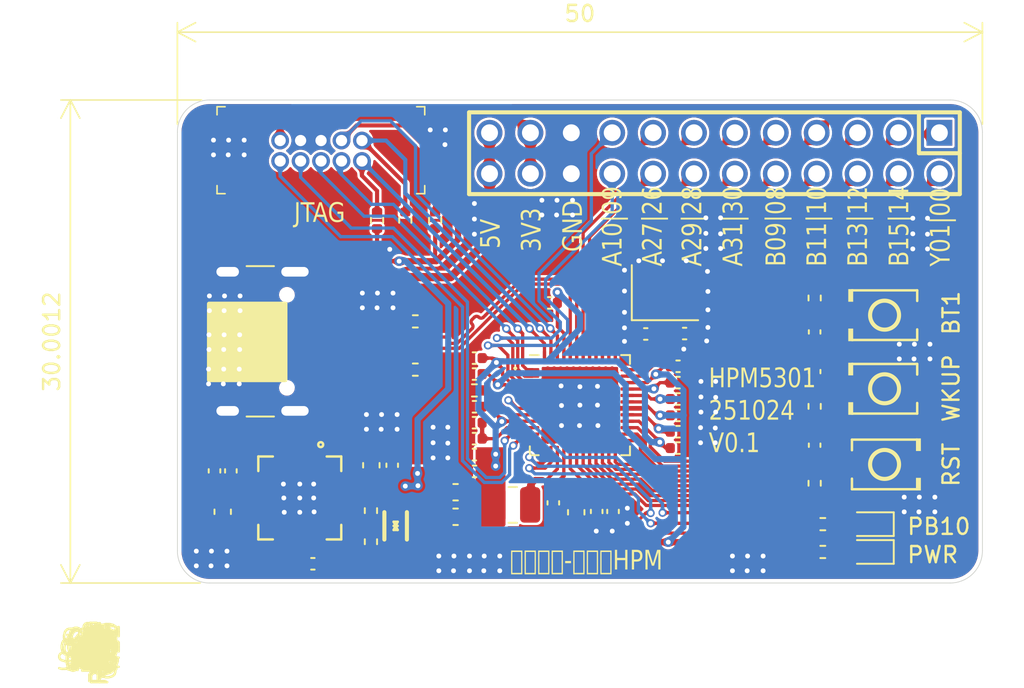
<source format=kicad_pcb>
(kicad_pcb (version 20241229) (generator "pcbnew") (generator_version "9.0")
  (layers (0 "F.Cu" signal) (2 "B.Cu" signal) (13 "F.Paste" user) (15 "B.Paste" user) (5 "F.SilkS" user "F.Silkscreen") (7 "B.SilkS" user "B.Silkscreen") (1 "F.Mask" user) (3 "B.Mask" user) (25 "Edge.Cuts" user))
  (net 0 "")
  (net 2 "Net-(J1-CC2)")
  (net 4 "Net-(J1-CC1)")
  (net 6 "GND")
  (net 7 "Net-(U2-SS)")
  (net 8 "/IO/3V3")
  (net 9 "Net-(U1C-VDD_PMCCAP)")
  (net 10 "Net-(U1C-VDD_OTPCAP)")
  (net 11 "Net-(C1-Pad2)")
  (net 12 "Net-(U1B-XTALI)")
  (net 13 "Net-(U1B-XTALO)")
  (net 14 "/IO/RESETN")
  (net 15 "/IO/WAKEUP")
  (net 16 "/IO/BOOT1")
  (net 17 "/IO/5V")
  (net 18 "/IO/TDO")
  (net 19 "/IO/TDI")
  (net 20 "/IO/TX")
  (net 21 "/IO/RX")
  (net 22 "/IO/TMS")
  (net 23 "/IO/TRST")
  (net 24 "/IO/TCK")
  (net 25 "Net-(U1A-DCDC_LP)")
  (net 26 "/IO/PB12")
  (net 27 "/IO/PB08")
  (net 28 "/IO/PB11")
  (net 29 "/IO/PB09")
  (net 30 "/IO/PA31")
  (net 31 "/IO/PA28")
  (net 32 "/IO/PA30")
  (net 33 "PY00")
  (net 34 "/IO/PA26")
  (net 35 "PY01")
  (net 36 "/IO/PA09")
  (net 37 "/IO/PA29")
  (net 38 "/IO/PA27")
  (net 39 "/IO/PA10")
  (net 40 "/IO/PB13")
  (net 41 "/IO/PB15")
  (net 42 "/IO/PB14")
  (net 43 "/IO/PB10")
  (net 44 "/Power/74401FB")
  (net 45 "/IO/BOOT0")
  (net 46 "Net-(D2-A)")
  (net 47 "Net-(D3-A)")
  (net 48 "/IO/D-")
  (net 49 "/IO/D+")
  (footprint "Resistor_SMD:R_0402_1005Metric" (layer "F.Cu") (at 129.7432 77.1398 -90)
    (property "Reference" "R9")
    (property "Value" "10K")
  )
  (footprint "Capacitor_SMD:C_0603_1608Metric" (layer "F.Cu") (at 132.8674 94.0308)
    (property "Reference" "C4")
    (property "Value" "22uF")
  )
  (footprint "Capacitor_SMD:C_0402_1005Metric" (layer "F.Cu") (at 134.0358 88.7222)
    (property "Reference" "C6")
    (property "Value" "100nF")
  )
  (footprint "Capacitor_SMD:C_0402_1005Metric" (layer "F.Cu") (at 146.685 86.2076)
    (property "Reference" "C25")
    (property "Value" "100nF")
  )
  (footprint "Capacitor_SMD:C_0402_1005Metric" (layer "F.Cu") (at 142.6464 95.2246 90)
    (property "Reference" "C22")
    (property "Value" "100nF")
  )
  (footprint "Resistor_SMD:R_0402_1005Metric" (layer "F.Cu") (at 155.1686 81.9658 90)
    (property "Reference" "R13")
    (property "Value" "10K")
  )
  (footprint "Capacitor_SMD:C_0402_1005Metric" (layer "F.Cu") (at 128.9304 92.3544 90)
    (property "Reference" "C19")
    (property "Value" "100nF")
  )
  (footprint "Resistor_SMD:R_0402_1005Metric" (layer "F.Cu") (at 130.366 83.4186)
    (property "Reference" "R2")
    (property "Value" "5.1K")
  )
  (footprint "Capacitor_SMD:C_0402_1005Metric" (layer "F.Cu") (at 146.685 90.2716)
    (property "Reference" "C28")
    (property "Value" "100nF")
  )
  (footprint "EasyEDA_Lib:SOD-323_L1.7-W1.3-LS2.5-BI" (layer "F.Cu") (at 129.159 96.1136 90)
    (property "Reference" "D1")
    (property "Value" "~")
  )
  (footprint "Capacitor_SMD:C_0402_1005Metric" (layer "F.Cu") (at 155.1686 86.5378 90)
    (property "Reference" "C30")
    (property "Value" "100nF")
  )
  (footprint "EasyEDA_Lib:HDR-TH_24P-P2.54-V-F-R2-C12-S2.54" (layer "F.Cu") (at 148.9456 72.9742 180)
    (property "Reference" "P1")
    (property "Value" "~")
  )
  (footprint "Inductor_SMD:L_1008_2520Metric" (layer "F.Cu") (at 136.4234 94.8182 180)
    (property "Reference" "L1")
    (property "Value" "4.7uH")
  )
  (footprint "Capacitor_SMD:C_0603_1608Metric" (layer "F.Cu") (at 127.635 92.3544 90)
    (property "Reference" "C18")
    (property "Value" "10uF")
  )
  (footprint "EasyEDA_Lib:SW-SMD_L3.9-W3.0-P4.45" (layer "F.Cu") (at 159.512 92.3036)
    (property "Reference" "SW1")
    (property "Value" "~")
  )
  (footprint "Capacitor_SMD:C_0402_1005Metric" (layer "F.Cu") (at 146.685 89.2556)
    (property "Reference" "C11")
    (property "Value" "100nF")
  )
  (footprint "Capacitor_SMD:C_0402_1005Metric" (layer "F.Cu") (at 147.0914 84.1756 180)
    (property "Reference" "C26")
    (property "Value" "12pF")
  )
  (footprint "EasyEDA_Lib:SW-SMD_L3.9-W3.0-P4.45" (layer "F.Cu") (at 159.512 87.6046 180)
    (property "Reference" "SW2")
    (property "Value" "~")
  )
  (footprint "Resistor_SMD:R_0402_1005Metric" (layer "F.Cu") (at 130.366 86.4158)
    (property "Reference" "R1")
    (property "Value" "5.1K")
  )
  (footprint "Capacitor_SMD:C_0603_1608Metric" (layer "F.Cu") (at 118.402 95.2444 -90)
    (property "Reference" "C16")
    (property "Value" "10uF")
  )
  (footprint "Capacitor_SMD:C_0402_1005Metric" (layer "F.Cu") (at 138.938 94.6912 90)
    (property "Reference" "C13")
    (property "Value" "100nF")
  )
  (footprint "Capacitor_SMD:C_0402_1005Metric" (layer "F.Cu") (at 155.1686 84.074 -90)
    (property "Reference" "C31")
    (property "Value" "100nF")
  )
  (footprint "Resistor_SMD:R_0402_1005Metric" (layer "F.Cu") (at 155.1686 88.6968 -90)
    (property "Reference" "R10")
    (property "Value" "10K")
  )
  (footprint "Capacitor_SMD:C_0402_1005Metric" (layer "F.Cu") (at 146.685 87.2236 180)
    (property "Reference" "C9")
    (property "Value" "100nF")
  )
  (footprint "Resistor_SMD:R_0402_1005Metric" (layer "F.Cu") (at 127.6096 97.1042 -90)
    (property "Reference" "R4")
    (property "Value" "1K")
  )
  (footprint "EasyEDA_Lib:SW-SMD_L3.9-W3.0-P4.45" (layer "F.Cu") (at 159.512 83.0326 180)
    (property "Reference" "SW3")
    (property "Value" "~")
  )
  (footprint "HPM_footprints:QFN-48_6x6mm_P0.4mm_EP4.2x4.2mm" (layer "F.Cu") (at 140.589 88.6206)
    (property "Reference" "U1")
    (property "Value" "HPM5301IEGx")
  )
  (footprint "Capacitor_SMD:C_0402_1005Metric" (layer "F.Cu") (at 146.685 91.2876 180)
    (property "Reference" "C8")
    (property "Value" "100nF")
  )
  (footprint "Capacitor_SMD:C_0402_1005Metric" (layer "F.Cu") (at 118.91 92.7044 90)
    (property "Reference" "C14")
    (property "Value" "100nF")
  )
  (footprint "Connector_USB:USB_C_Receptacle_GCT_USB4105-xx-A_16P_TopMnt_Horizontal" (layer "F.Cu") (at 119.7864 84.6582 -90)
    (property "Reference" "J1")
    (property "Value" "USB_C_Receptacle_USB2.0_16P")
  )
  (footprint "Capacitor_SMD:C_0402_1005Metric" (layer "F.Cu") (at 134.0358 86.6902 180)
    (property "Reference" "C24")
    (property "Value" "100nF")
  )
  (footprint "Capacitor_SMD:C_0402_1005Metric" (layer "F.Cu") (at 141.6304 95.2246 90)
    (property "Reference" "C20")
    (property "Value" "4.7uF")
  )
  (footprint "Capacitor_SMD:C_0603_1608Metric" (layer "F.Cu") (at 140.3604 95.2754 90)
    (property "Reference" "C12")
    (property "Value" "10uF")
  )
  (footprint "Resistor_SMD:R_0402_1005Metric" (layer "F.Cu") (at 155.1686 93.472 90)
    (property "Reference" "R7")
    (property "Value" "10K")
  )
  (footprint "Capacitor_SMD:C_0402_1005Metric" (layer "F.Cu") (at 134.0358 90.7034 180)
    (property "Reference" "C21")
    (property "Value" "4.7uF")
  )
  (footprint "Resistor_SMD:R_0402_1005Metric" (layer "F.Cu") (at 127.6096 95.1738 -90)
    (property "Reference" "R3")
    (property "Value" "3.16K")
  )
  (footprint "Capacitor_SMD:C_0402_1005Metric" (layer "F.Cu") (at 134.0358 91.694)
    (property "Reference" "C1")
    (property "Value" "100nF")
  )
  (footprint "EasyEDA_Lib:VQFN-20_L5.0-W5.0-P0.65-TL-EP" (layer "F.Cu") (at 123.19 94.3864 -90)
    (property "Reference" "U2")
    (property "Value" "TPS74401_VQFN")
  )
  (footprint "Capacitor_SMD:C_0402_1005Metric" (layer "F.Cu") (at 134.0358 85.6996)
    (property "Reference" "C7")
    (property "Value" "100nF")
  )
  (footprint "Resistor_SMD:R_0402_1005Metric" (layer "F.Cu") (at 127.9906 77.1398 90)
    (property "Reference" "R12")
    (property "Value" "10K")
  )
  (footprint "Resistor_SMD:R_0402_1005Metric" (layer "F.Cu") (at 131.5974 77.1398 90)
    (property "Reference" "R11")
    (property "Value" "10K")
  )
  (footprint "Resistor_SMD:R_0402_1005Metric" (layer "F.Cu") (at 155.6766 97.7392)
    (property "Reference" "R5")
    (property "Value" "1K")
  )
  (footprint "LED_SMD:LED_0603_1608Metric" (layer "F.Cu") (at 158.5976 97.7392 180)
    (property "Reference" "D2")
    (property "Value" "LED")
  )
  (footprint "Capacitor_SMD:C_0402_1005Metric" (layer "F.Cu") (at 117.894 92.7044 90)
    (property "Reference" "C15")
    (property "Value" "1uF")
  )
  (footprint "Resistor_SMD:R_0402_1005Metric" (layer "F.Cu") (at 155.6766 96.012)
    (property "Reference" "R6")
    (property "Value" "1K")
  )
  (footprint "Capacitor_SMD:C_0402_1005Metric" (layer "F.Cu") (at 134.0358 89.7128 180)
    (property "Reference" "C23")
    (property "Value" "100nF")
  )
  (footprint "Capacitor_SMD:C_0603_1608Metric" (layer "F.Cu") (at 132.8674 95.5548)
    (property "Reference" "C3")
    (property "Value" "10uF")
  )
  (footprint "Capacitor_SMD:C_0402_1005Metric" (layer "F.Cu") (at 138.7094 82.2706)
    (property "Reference" "C10")
    (property "Value" "100nF")
  )
  (footprint "Capacitor_SMD:C_0402_1005Metric" (layer "F.Cu") (at 134.044 92.7354)
    (property "Reference" "C2")
    (property "Value" "100nF")
  )
  (footprint "Capacitor_SMD:C_0402_1005Metric" (layer "F.Cu") (at 146.685 88.2396)
    (property "Reference" "C5")
    (property "Value" "100nF")
  )
  (footprint "Resistor_SMD:R_0402_1005Metric" (layer "F.Cu") (at 134.0358 87.7062 180)
    (property "Reference" "R8")
    (property "Value" "10K")
  )
  (footprint "Capacitor_SMD:C_0402_1005Metric" (layer "F.Cu") (at 124.0028 98.4758 180)
    (property "Reference" "C17")
    (property "Value" "10nF")
  )
  (footprint "LED_SMD:LED_0603_1608Metric" (layer "F.Cu") (at 158.5976 96.012 180)
    (property "Reference" "D3")
    (property "Value" "LED")
  )
  (footprint "Crystal:Crystal_SMD_3225-4Pin_3.2x2.5mm" (layer "F.Cu") (at 145.8722 81.6356)
    (property "Reference" "Y1")
    (property "Value" "24Mhz")
  )
  (footprint "Capacitor_SMD:C_0402_1005Metric" (layer "F.Cu") (at 144.6784 84.201)
    (property "Reference" "C27")
    (property "Value" "12pF")
  )
  (footprint "digikey-footprints:PinHeader_2x5_P1.27mm_Drill.7mm" (layer "F.Cu") (at 127.0508 72.1868 180)
    (property "Reference" "J2")
    (property "Value" "3220-10-0100-00")
  )
  (footprint "Capacitor_SMD:C_0402_1005Metric" (layer "F.Cu") (at 155.1686 91.1098 90)
    (property "Reference" "C29")
    (property "Value" "100nF")
  )
  (gr_line (start 163.589 99.6684) (end 117.589 99.6684) (stroke (width 0.05)) (layer "Edge.Cuts"))
  (gr_arc (start 163.589 69.6684) (mid 165.003214 70.254186) (end 165.589 71.6684) (stroke (width 0.05)) (layer "Edge.Cuts"))
  (gr_arc (start 115.589 71.6684) (mid 116.174786 70.254186) (end 117.589 69.6684) (stroke (width 0.05)) (layer "Edge.Cuts"))
  (gr_arc (start 117.589 99.6684) (mid 116.174786 99.082614) (end 115.589 97.6684) (stroke (width 0.05)) (layer "Edge.Cuts"))
  (gr_line (start 165.589 71.6684) (end 165.589 97.6684) (stroke (width 0.05)) (layer "Edge.Cuts"))
  (gr_line (start 115.589 97.6684) (end 115.589 71.6684) (stroke (width 0.05)) (layer "Edge.Cuts"))
  (gr_arc (start 165.589 97.6684) (mid 165.003214 99.082614) (end 163.589 99.6684) (stroke (width 0.05)) (layer "Edge.Cuts"))
  (gr_line (start 117.589 69.6684) (end 163.589 69.6684) (stroke (width 0.05)) (layer "Edge.Cuts"))
  (gr_text "·" (at 136.0932 86.8426 0) (layer "F.SilkS") (effects (font (size 1 1)) (justify left bottom)))
  (gr_text "B15|14" (at 161.1884 80.01 90) (layer "F.SilkS") (effects (font (size 1.2 1)) (justify left bottom)))
  (gr_text "A10|09" (at 143.383 80.01 90) (layer "F.SilkS") (effects (font (size 1.2 1)) (justify left bottom)))
  (gr_text "A29|28" (at 148.336 80.01 90) (layer "F.SilkS") (effects (font (size 1.2 1)) (justify left bottom)))
  (gr_text "3V3" (at 138.3538 79.1 90) (layer "F.SilkS") (effects (font (size 1.2 1)) (justify left bottom)))
  (gr_text "B13|12" (at 158.623 80.01 90) (layer "F.SilkS") (effects (font (size 1.2 1)) (justify left bottom)))
  (gr_text "HPM5301\n251024\nV0.1" (at 148.59 91.7448 0) (layer "F.SilkS") (effects (font (size 1.2 1)) (justify left bottom)))
  (gr_text "理塘大学-鼠工讲HPM" (at 136.2456 99.0346 0) (layer "F.SilkS") (effects (font (size 1.2 1)) (justify left bottom)))
  (gr_text "B11|10" (at 156.083 80.01 90) (layer "F.SilkS") (effects (font (size 1.2 1)) (justify left bottom)))
  (gr_text "B09|08" (at 153.543 80.01 90) (layer "F.SilkS") (effects (font (size 1.2 1)) (justify left bottom)))
  (gr_text "Y01|00" (at 163.7538 80.01 90) (layer "F.SilkS") (effects (font (size 1.2 1)) (justify left bottom)))
  (gr_text "PB10" (at 160.8328 96.747 0) (layer "F.SilkS") (effects (font (size 1 1)) (justify left bottom)))
  (gr_text "PWR" (at 160.8328 98.5012 0) (layer "F.SilkS") (effects (font (size 1 1)) (justify left bottom)))
  (gr_text "BT1\n" (at 164.2364 84.3534 90) (layer "F.SilkS") (effects (font (size 1 1)) (justify left bottom)))
  (gr_text "GND" (at 140.9192 79.1 90) (layer "F.SilkS") (effects (font (size 1.2 1)) (justify left bottom)))
  (gr_text "A31|30" (at 150.876 80.01 90) (layer "F.SilkS") (effects (font (size 1.2 1)) (justify left bottom)))
  (gr_text "RST" (at 164.2364 93.7768 90) (layer "F.SilkS") (effects (font (size 1 1)) (justify left bottom)))
  (gr_text "5V" (at 135.8138 78.9 90) (layer "F.SilkS") (effects (font (size 1.2 1)) (justify left bottom)))
  (gr_text "A27|26" (at 145.8722 80.01 90) (layer "F.SilkS") (effects (font (size 1.2 1)) (justify left bottom)))
  (gr_text "JTAG\n" (at 122.8344 77.4446 0) (layer "F.SilkS") (effects (font (size 1.2 1)) (justify left bottom)))
  (gr_text "WKUP" (at 164.2364 89.7636 90) (layer "F.SilkS") (effects (font (size 1 1)) (justify left bottom)))
  (dimension (type orthogonal) (layer "F.SilkS") (pts (xy 115.589 71.6684) (xy 165.589 71.6684)) (height -6.2126) (orientation 0) (format (prefix "") (suffix "") (units 3) (units_format 0) (precision 4) (suppress_zeroes yes)) (style (thickness 0.1) (arrow_length 1.27) (text_position_mode 0) (arrow_direction outward) (extension_height 0.58642) (extension_offset 0.5) (keep_text_aligned yes)) (gr_text "50" (at 140.589 64.3058 0) (layer "F.SilkS") (effects (font (size 1 1) (thickness 0.15)))))
  (dimension (type orthogonal) (layer "F.SilkS") (pts (xy 117.5004 99.6696) (xy 117.589 69.6684)) (height -8.5598) (orientation 1) (format (prefix "") (suffix "") (units 3) (units_format 0) (precision 4) (suppress_zeroes yes)) (style (thickness 0.1) (arrow_length 1.27) (text_position_mode 0) (arrow_direction outward) (extension_height 0.58642) (extension_offset 0.5) (keep_text_aligned yes)) (gr_text "30.0012" (at 107.7906 84.669 90) (layer "F.SilkS") (effects (font (size 1 1) (thickness 0.15)))))
  (segment (start 123.4664 86.4082) (end 129.823 86.4082) (width 0.254) (layer "F.Cu") (net 2))
  (segment (start 129.823 86.4082) (end 129.8306 86.4158) (width 0.254) (layer "F.Cu") (net 2))
  (segment (start 123.4664 83.4082) (end 129.841 83.4082) (width 0.254) (layer "F.Cu") (net 4))
  (segment (start 129.841 83.4082) (end 129.856 83.3932) (width 0.254) (layer "F.Cu") (net 4))
  (segment (start 147.9804 85.1408) (end 147.0406 85.1408) (width 0.508) (layer "F.Cu") (net 6))
  (segment (start 143.3576 80.2386) (end 143.9418 79.6544) (width 0.508) (layer "F.Cu") (net 6))
  (segment (start 148.5392 80.3148) (end 148.5392 84.582) (width 0.508) (layer "F.Cu") (net 6))
  (segment (start 148.5392 84.582) (end 147.9804 85.1408) (width 0.508) (layer "F.Cu") (net 6))
  (segment (start 141.8812 88.8206) (end 141.6812 88.6206) (width 0.156464) (layer "F.Cu") (net 6))
  (segment (start 143.3576 84.6328) (end 143.3576 80.2386) (width 0.508) (layer "F.Cu") (net 6))
  (segment (start 147.8788 79.6544) (end 148.5392 80.3148) (width 0.508) (layer "F.Cu") (net 6))
  (segment (start 143.539 88.8206) (end 141.8812 88.8206) (width 0.156464) (layer "F.Cu") (net 6))
  (segment (start 143.9418 79.6544) (end 147.8788 79.6544) (width 0.508) (layer "F.Cu") (net 6))
  (via (at 128.2446 90.1192) (size 0.6) (drill 0.3) (layers "F.Cu" "B.Cu") (net 6))
  (via (at 117.5766 81.8388) (size 0.6) (drill 0.3) (layers "F.Cu" "B.Cu") (net 6))
  (via (at 148.9964 90.9574) (size 0.6) (drill 0.3) (layers "F.Cu" "B.Cu") (net 6))
  (via (at 161.2646 78.9178) (size 0.6) (drill 0.3) (layers "F.Cu" "B.Cu") (net 6))
  (via (at 131.826 97.9932) (size 0.6) (drill 0.3) (layers "F.Cu" "B.Cu") (net 6))
  (via (at 134.0358 76.0984) (size 0.6) (drill 0.3) (layers "F.Cu" "B.Cu") (net 6))
  (via (at 143.3576 82.8548) (size 0.5) (drill 0.3) (layers "F.Cu" "B.Cu") (net 6))
  (via (at 151.003 97.9932) (size 0.6) (drill 0.3) (layers "F.Cu" "B.Cu") (net 6))
  (via (at 134.62 98.9076) (size 0.6) (drill 0.3) (layers "F.Cu" "B.Cu") (net 6))
  (via (at 118.6688 98.6028) (size 0.6) (drill 0.3) (layers "F.Cu" "B.Cu") (net 6))
  (via (at 140.589 88.6206) (size 0.6) (drill 0.3) (layers "F.Cu" "B.Cu") (net 6))
  (via (at 143.5354 95.0214) (size 0.6) (drill 0.3) (layers "F.Cu" "B.Cu") (net 6))
  (via (at 118.491 84.2518) (size 0.6) (drill 0.3) (layers "F.Cu" "B.Cu") (net 6))
  (via (at 127.0762 81.661) (size 0.6) (drill 0.3) (layers "F.Cu" "B.Cu") (net 6))
  (via (at 150.0632 98.9076) (size 0.6) (drill 0.3) (layers "F.Cu" "B.Cu") (net 6))
  (via (at 122.174 93.5228) (size 0.6) (drill 0.3) (layers "F.Cu" "B.Cu") (net 6))
  (via (at 128.9812 81.661) (size 0.6) (drill 0.3) (layers "F.Cu" "B.Cu") (net 6))
  (via (at 148.4122 77.9526) (size 0.6) (drill 0.3) (layers "F.Cu" "B.Cu") (net 6))
  (via (at 118.7704 72.1614) (size 0.6) (drill 0.3) (layers "F.Cu" "B.Cu") (net 6))
  (via (at 149.3266 77.978) (size 0.6) (drill 0.3) (layers "F.Cu" "B.Cu") (net 6))
  (via (at 143.3576 81.534) (size 0.5) (drill 0.3) (layers "F.Cu" "B.Cu") (net 6))
  (via (at 162.6362 95.25) (size 0.6) (drill 0.3) (layers "F.Cu" "B.Cu") (net 6))
  (via (at 122.1994 94.3864) (size 0.6) (drill 0.3) (layers "F.Cu" "B.Cu") (net 6))
  (via (at 141.6812 88.6206) (size 0.6) (drill 0.3) (layers "F.Cu" "B.Cu") (net 6))
  (via (at 118.745 73.0758) (size 0.6) (drill 0.3) (layers "F.Cu" "B.Cu") (net 6))
  (via (at 162.179 78.0034) (size 0.6) (drill 0.3) (layers "F.Cu" "B.Cu") (net 6))
  (via (at 127.3302 90.1192) (size 0.6) (drill 0.3) (layers "F.Cu" "B.Cu") (net 6))
  (via (at 149.0218 87.1474) (size 0.6) (drill 0.3) (layers "F.Cu" "B.Cu") (net 6))
  (via (at 162.3314 84.836) (size 0.6) (drill 0.3) (layers "F.Cu" "B.Cu") (net 6))
  (via (at 150.9776 98.9076) (size 0.6) (drill 0.3) (layers "F.Cu" "B.Cu") (net 6))
  (via (at 117.6782 98.6028) (size 0.6) (drill 0.3) (layers "F.Cu" "B.Cu") (net 6))
  (via (at 161.2646 77.0128) (size 0.6) (drill 0.3) (layers "F.Cu" "B.Cu") (net 6))
  (via (at 148.5138 80.3148) (size 0.5) (drill 0.3) (layers "F.Cu" "B.Cu") (net 6))
  (via (at 117.8306 72.1614) (size 0.6) (drill 0.3) (layers "F.Cu" "B.Cu") (net 6))
  (via (at 143.3576 84.6582) (size 0.5) (drill 0.3) (layers "F.Cu" "B.Cu") (net 6))
  (via (at 140.1318 75.8952) (size 0.6) (drill 0.3) (layers "F.Cu" "B.Cu") (net 6))
  (via (at 148.1074 87.1474) (size 0.6) (drill 0.3) (layers "F.Cu" "B.Cu") (net 6))
  (via (at 148.1074 88.1126) (size 0.6) (drill 0.3) (layers "F.Cu" "B.Cu") (net 6))
  (via (at 160.4264 84.836) (size 0.6) (drill 0.3) (layers "F.Cu" "B.Cu") (net 6))
  (via (at 129.2352 90.1192) (size 0.6) (drill 0.3) (layers "F.Cu" "B.Cu") (net 6))
  (via (at 148.1074 89.0524) (size 0.6) (drill 0.3) (layers "F.Cu" "B.Cu") (net 6))
  (via (at 128.778 78.9432) (size 0.6) (drill 0.3) (layers "F.Cu" "B.Cu") (net 6))
  (via (at 119.7356 73.0758) (size 0.6) (drill 0.3) (layers "F.Cu" "B.Cu") (net 6))
  (via (at 149.3266 78.8924) (size 0.6) (drill 0.3) (layers "F.Cu" "B.Cu") (net 6))
  (via (at 150.0632 97.9932) (size 0.6) (drill 0.3) (layers "F.Cu" "B.Cu") (net 6))
  (via (at 140.5636 89.8906) (size 0.6) (drill 0.3) (layers "F.Cu" "B.Cu") (net 6))
  (via (at 148.4122 76.9874) (size 0.6) (drill 0.3) (layers "F.Cu" "B.Cu") (net 6))
  (via (at 117.5512 85.1662) (size 0.6) (drill 0.3) (layers "F.Cu" "B.Cu") (net 6))
  (via (at 147.193 79.6544) (size 0.5) (drill 0.3) (layers "F.Cu" "B.Cu") (net 6))
  (via (at 117.5258 86.3854) (size 0.6) (drill 0.3) (layers "F.Cu" "B.Cu") (net 6))
  (via (at 132.3848 89.9922) (size 0.6) (drill 0.3) (layers "F.Cu" "B.Cu") (net 6))
  (via (at 118.5164 81.8388) (size 0.6) (drill 0.3) (layers "F.Cu" "B.Cu") (net 6))
  (via (at 119.7356 72.1614) (size 0.6) (drill 0.3) (layers "F.Cu" "B.Cu") (net 6))
  (via (at 148.4122 78.8924) (size 0.6) (drill 0.3) (layers "F.Cu" "B.Cu") (net 6))
  (via (at 127.3302 89.2048) (size 0.6) (drill 0.3) (layers "F.Cu" "B.Cu") (net 6))
  (via (at 128.27 89.2048) (size 0.6) (drill 0.3) (layers "F.Cu" "B.Cu") (net 6))
  (via (at 162.6362 94.3356) (size 0.6) (drill 0.3) (layers "F.Cu" "B.Cu") (net 6))
  (via (at 143.5354 95.9612) (size 0.6) (drill 0.3) (layers "F.Cu" "B.Cu") (net 6))
  (via (at 131.4704 91.8972) (size 0.6) (drill 0.3) (layers "F.Cu" "B.Cu") (net 6))
  (via (at 161.671 94.3356) (size 0.6) (drill 0.3) (layers "F.Cu" "B.Cu") (net 6))
  (via (at 116.7638 98.6028) (size 0.6) (drill 0.3) (layers "F.Cu" "B.Cu") (net 6))
  (via (at 123.19 95.2754) (size 0.6) (drill 0.3) (layers "F.Cu" "B.Cu") (net 6))
  (via (at 119.4308 86.3854) (size 0.6) (drill 0.3) (layers "F.Cu" "B.Cu") (net 6))
  (via (at 116.7638 97.6884) (size 0.6) (drill 0.3) (layers "F.Cu" "B.Cu") (net 6))
  (via (at 118.4656 86.3854) (size 0.6) (drill 0.3) (layers "F.Cu" "B.Cu") (net 6))
  (via (at 140.589 87.4776) (size 0.6) (drill 0.3) (layers "F.Cu" "B.Cu") (net 6))
  (via (at 118.6688 97.6884) (size 0.6) (drill 0.3) (layers "F.Cu" "B.Cu") (net 6))
  (via (at 132.2324 71.5264) (size 0.6) (drill 0.3) (layers "F.Cu" "B.Cu") (net 6))
  (via (at 139.1412 76.8096) (size 0.6) (drill 0.3) (layers "F.Cu" "B.Cu") (net 6))
  (via (at 117.5766 82.7532) (size 0.6) (drill 0.3) (layers "F.Cu" "B.Cu") (net 6))
  (via (at 148.5392 81.5594) (size 0.5) (drill 0.3) (layers "F.Cu" "B.Cu") (net 6))
  (via (at 133.731 98.9076) (size 0.6) (drill 0.3) (layers "F.Cu" "B.Cu") (net 6))
  (via (at 117.8306 73.0758) (size 0.6) (drill 0.3) (layers "F.Cu" "B.Cu") (net 6))
  (via (at 117.5512 84.2518) (size 0.6) (drill 0.3) (layers "F.Cu" "B.Cu") (net 6))
  (via (at 118.4402 87.2998) (size 0.6) (drill 0.3) (layers "F.Cu" "B.Cu") (net 6))
  (via (at 160.4264 85.7504) (size 0.6) (drill 0.3) (layers "F.Cu" "B.Cu") (net 6))
  (via (at 145.7198 79.6544) (size 0.5) (drill 0.3) (layers "F.Cu" "B.Cu") (net 6))
  (via (at 135.6106 97.9932) (size 0.6) (drill 0.3) (layers "F.Cu" "B.Cu") (net 6))
  (via (at 149.3266 76.9874) (size 0.6) (drill 0.3) (layers "F.Cu" "B.Cu") (net 6))
  (via (at 131.2926 71.5264) (size 0.6) (drill 0.3) (layers "F.Cu" "B.Cu") (net 6))
  (via (at 141.7066 89.8906) (size 0.6) (drill 0.3) (layers "F.Cu" "B.Cu") (net 6))
  (via (at 132.3848 91.8972) (size 0.6) (drill 0.3) (layers "F.Cu" "B.Cu") (net 6))
  (via (at 160.7312 94.3356) (size 0.6) (drill 0.3) (layers "F.Cu" "B.Cu") (net 6))
  (via (at 148.082 90.0176) (size 0.6) (drill 0.3) (layers "F.Cu" "B.Cu") (net 6))
  (via (at 161.2646 77.978) (size 0.6) (drill 0.3) (layers "F.Cu" "B.Cu") (net 6))
  (via (at 134.6454 97.9932) (size 0.6) (drill 0.3) (layers "F.Cu" "B.Cu") (net 6))
  (via (at 132.207 72.4408) (size 0.6) (drill 0.3) (layers "F.Cu" "B.Cu") (net 6))
  (via (at 124.079 95.25) (size 0.6) (drill 0.3) (layers "F.Cu" "B.Cu") (net 6))
  (via (at 139.446 89.8906) (size 0.6) (drill 0.3) (layers "F.Cu" "B.Cu") (net 6))
  (via (at 134.0358 78.0034) (size 0.6) (drill 0.3) (layers "F.Cu" "B.Cu") (net 6))
  (via (at 139.4206 87.4268) (size 0.6) (drill 0.3) (layers "F.Cu" "B.Cu") (net 6))
  (via (at 119.4562 84.2518) (size 0.6) (drill 0.3) (layers "F.Cu" "B.Cu") (net 6))
  (via (at 119.4816 82.7532) (size 0.6) (drill 0.3) (layers "F.Cu" "B.Cu") (net 6))
  (via (at 131.826 98.9076) (size 0.6) (drill 0.3) (layers "F.Cu" "B.Cu") (net 6))
  (via (at 118.4656 85.1662) (size 0.6) (drill 0.3) (layers "F.Cu" "B.Cu") (net 6))
  (via (at 131.4704 90.9574) (size 0.6) (drill 0.3) (layers "F.Cu" "B.Cu") (net 6))
  (via (at 123.19 94.3864) (size 0.6) (drill 0.3) (layers "F.Cu" "B.Cu") (net 6))
  (via (at 140.1318 76.8096) (size 0.6) (drill 0.3) (layers "F.Cu" "B.Cu") (net 6))
  (via (at 135.6106 98.9076) (size 0.6) (drill 0.3) (layers "F.Cu" "B.Cu") (net 6))
  (via (at 147.0406 85.1408) (size 0.5) (drill 0.3) (layers "F.Cu" "B.Cu") (net 6))
  (via (at 143.3576 83.82) (size 0.5) (drill 0.3) (layers "F.Cu" "B.Cu") (net 6))
  (via (at 139.1666 75.8952) (size 0.6) (drill 0.3) (layers "F.Cu" "B.Cu") (net 6))
  (via (at 148.5392 82.7024) (size 0.5) (drill 0.3) (layers "F.Cu" "B.Cu") (net 6))
  (via (at 134.0358 77.0636) (size 0.6) (drill 0.3) (layers "F.Cu" "B.Cu") (net 6))
  (via (at 128.9812 82.5754) (size 0.6) (drill 0.3) (layers "F.Cu" "B.Cu") (net 6))
  (via (at 124.0536 94.3864) (size 0.6) (drill 0.3) (layers "F.Cu" "B.Cu") (net 6))
  (via (at 128.016 81.661) (size 0.6) (drill 0.3) (layers "F.Cu" "B.Cu") (net 6))
  (via (at 129.2352 89.2048) (size 0.6) (drill 0.3) (layers "F.Cu" "B.Cu") (net 6))
  (via (at 124.0536 93.5228) (size 0.6) (drill 0.3) (layers "F.Cu" "B.Cu") (net 6))
  (via (at 123.19 93.5228) (size 0.6) (drill 0.3) (layers "F.Cu" "B.Cu") (net 6))
  (via (at 143.3576 80.2386) (size 0.5) (drill 0.3) (layers "F.Cu" "B.Cu") (net 6))
  (via (at 132.7404 98.9076) (size 0.6) (drill 0.3) (layers "F.Cu" "B.Cu") (net 6))
  (via (at 131.4704 89.9922) (size 0.6) (drill 0.3) (layers "F.Cu" "B.Cu") (net 6))
  (via (at 139.446 88.646) (size 0.6) (drill 0.3) (layers "F.Cu" "B.Cu") (net 6))
  (via (at 138.2268 75.8952) (size 0.6) (drill 0.3) (layers "F.Cu" "B.Cu") (net 6))
  (via (at 162.179 77.0128) (size 0.6) (drill 0.3) (layers "F.Cu" "B.Cu") (net 6))
  (via (at 151.9682 97.9932) (size 0.6) (drill 0.3) (layers "F.Cu" "B.Cu") (net 6))
  (via (at 161.6456 95.25) (size 0.6) (drill 0.3) (layers "F.Cu" "B.Cu") (net 6))
  (via (at 127.9906 82.5754) (size 0.6) (drill 0.3) (layers "F.Cu" "B.Cu") (net 6))
  (via (at 149.0218 88.138) (size 0.6) (drill 0.3) (layers "F.Cu" "B.Cu") (net 6))
  (via (at 119.4562 85.1662) (size 0.6) (drill 0.3) (layers "F.Cu" "B.Cu") (net 6))
  (via (at 141.605 96.4438) (size 0.6) (drill 0.3) (layers "F.Cu" "B.Cu") (net 6))
  (via (at 142.5956 96.4438) (size 0.6) (drill 0.3) (layers "F.Cu" "B.Cu") (net 6))
  (via (at 148.082 90.9574) (size 0.6) (drill 0.3) (layers "F.Cu" "B.Cu") (net 6))
  (via (at 148.5392 83.7946) (size 0.5) (drill 0.3) (layers "F.Cu" "B.Cu") (net 6))
  (via (at 127.0762 82.5754) (size 0.6) (drill 0.3) (layers "F.Cu" "B.Cu") (net 6))
  (via (at 161.3408 85.7504) (size 0.6) (drill 0.3) (layers "F.Cu" "B.Cu") (net 6))
  (via (at 119.4308 87.2998) (size 0.6) (drill 0.3) (layers "F.Cu" "B.Cu") (net 6))
  (via (at 162.179 78.9178) (size 0.6) (drill 0.3) (layers "F.Cu" "B.Cu") (net 6))
  (via (at 122.2248 95.2754) (size 0.6) (drill 0.3) (layers "F.Cu" "B.Cu") (net 6))
  (via (at 148.9964 90.043) (size 0.6) (drill 0.3) (layers "F.Cu" "B.Cu") (net 6))
  (via (at 148.463 84.6328) (size 0.5) (drill 0.3) (layers "F.Cu" "B.Cu") (net 6))
  (via (at 138.2268 76.8096) (size 0.6) (drill 0.3) (layers "F.Cu" "B.Cu") (net 6))
  (via (at 132.7658 97.9932) (size 0.6) (drill 0.3) (layers "F.Cu" "B.Cu") (net 6))
  (via (at 151.9682 98.9076) (size 0.6) (drill 0.3) (layers "F.Cu" "B.Cu") (net 6))
  (via (at 119.4816 81.8388) (size 0.6) (drill 0.3) (layers "F.Cu" "B.Cu") (net 6))
  (via (at 133.731 97.9932) (size 0.6) (drill 0.3) (layers "F.Cu" "B.Cu") (net 6))
  (via (at 117.5258 87.2998) (size 0.6) (drill 0.3) (layers "F.Cu" "B.Cu") (net 6))
  (via (at 160.7312 95.25) (size 0.6) (drill 0.3) (layers "F.Cu" "B.Cu") (net 6))
  (via (at 162.3314 85.7504) (size 0.6) (drill 0.3) (layers "F.Cu" "B.Cu") (net 6))
  (via (at 141.6812 87.4522) (size 0.6) (drill 0.3) (layers "F.Cu" "B.Cu") (net 6))
  (via (at 117.7036 97.6884) (size 0.6) (drill 0.3) (layers "F.Cu" "B.Cu") (net 6))
  (via (at 144.2466 79.6544) (size 0.5) (drill 0.3) (layers "F.Cu" "B.Cu") (net 6))
  (via (at 132.3848 90.9828) (size 0.6) (drill 0.3) (layers "F.Cu" "B.Cu") (net 6))
  (via (at 161.3662 84.836) (size 0.6) (drill 0.3) (layers "F.Cu" "B.Cu") (net 6))
  (via (at 118.491 82.7532) (size 0.6) (drill 0.3) (layers "F.Cu" "B.Cu") (net 6))
  (via (at 149.0218 89.0524) (size 0.6) (drill 0.3) (layers "F.Cu" "B.Cu") (net 6))
  (segment (start 124.4828 96.8621) (end 124.49 96.8549) (width 0.254) (layer "F.Cu") (net 7))
  (segment (start 124.4828 98.4758) (end 124.4828 96.8621) (width 0.254) (layer "F.Cu") (net 7))
  (segment (start 155.1686 93.982) (end 158.6464 93.982) (width 0.381) (layer "F.Cu") (net 8))
  (segment (start 145.796 86.2076) (end 146.205 86.2076) (width 0.2032) (layer "F.Cu") (net 8))
  (segment (start 159.004 83.947) (end 159.9184 83.0326) (width 0.381) (layer "F.Cu") (net 8))
  (segment (start 158.6464 93.982) (end 159.004 93.6244) (width 0.381) (layer "F.Cu") (net 8))
  (segment (start 145.5674 89.2556) (end 146.205 89.2556) (width 0.2032) (layer "F.Cu") (net 8))
  (segment (start 136.0678 70.2564) (end 137.5156 71.7042) (width 0.381) (layer "F.Cu") (net 8))
  (segment (start 139.5411 94.4053) (end 139.5222 94.3864) (width 0.381) (layer "F.Cu") (net 8))
  (segment (start 137.5156 71.7042) (end 137.5156 74.2442) (width 0.508) (layer "F.Cu") (net 8))
  (segment (start 135.4836 87.2744) (end 134.8994 86.6902) (width 0.2032) (layer "F.Cu") (net 8))
  (segment (start 160.2994 87.6046) (end 161.697 87.6046) (width 0.381) (layer "F.Cu") (net 8))
  (segment (start 143.539 88.0206) (end 144.7896 88.0206) (width 0.2032) (layer "F.Cu") (net 8))
  (segment (start 128.4478 79.6798) (end 129.3622 79.6798) (width 0.254) (layer "F.Cu") (net 8))
  (segment (start 131.6736 79.6798) (end 133.0198 78.3336) (width 0.381) (layer "F.Cu") (net 8))
  (segment (start 144.618 89.2206) (end 145.4785 90.0811) (width 0.2032) (layer "F.Cu") (net 8))
  (segment (start 135.963533 87.3506) (end 137.033533 88.4206) (width 0.2032) (layer "F.Cu") (net 8))
  (segment (start 133.0198 78.3336) (end 133.0198 70.2564) (width 0.381) (layer "F.Cu") (net 8))
  (segment (start 129.3622 79.6798) (end 131.6736 79.6798) (width 0.381) (layer "F.Cu") (net 8))
  (segment (start 139.5756 94.2112) (end 138.938 94.2112) (width 0.254) (layer "F.Cu") (net 8))
  (segment (start 145.0086 88.2396) (end 145.5674 88.2396) (width 0.2032) (layer "F.Cu") (net 8))
  (segment (start 143.539 87.2206) (end 144.783 87.2206) (width 0.2032) (layer "F.Cu") (net 8))
  (segment (start 122.9614 70.2564) (end 136.0678 70.2564) (width 0.381) (layer "F.Cu") (net 8))
  (segment (start 152.908 96.012) (end 151.7904 97.1296) (width 0.381) (layer "F.Cu") (net 8))
  (segment (start 127.9906 77.6498) (end 127.9906 79.2226) (width 0.254) (layer "F.Cu") (net 8))
  (segment (start 134.8994 86.6902) (end 134.5158 86.6902) (width 0.2032) (layer "F.Cu") (net 8))
  (segment (start 135.4836 87.3506) (end 135.4836 87.2744) (width 0.2032) (layer "F.Cu") (net 8))
  (segment (start 129.9972 94.9594) (end 129.9972 95.5294) (width 0.381) (layer "F.Cu") (net 8))
  (segment (start 138.3792 97.1296) (end 139.5411 95.9677) (width 0.381) (layer "F.Cu") (net 8))
  (segment (start 144.783 87.2206) (end 145.3007 86.7029) (width 0.2032) (layer "F.Cu") (net 8))
  (segment (start 135.4836 87.3506) (end 135.963533 87.3506) (width 0.2032) (layer "F.Cu") (net 8))
  (segment (start 139.5756 94.2112) (end 139.8648 94.5004) (width 0.254) (layer "F.Cu") (net 8))
  (segment (start 121.9708 71.247) (end 122.9614 70.2564) (width 0.381) (layer "F.Cu") (net 8))
  (segment (start 159.004 88.9) (end 160.2994 87.6046) (width 0.381) (layer "F.Cu") (net 8))
  (segment (start 139.5411 95.9677) (end 139.5411 94.4053) (width 0.381) (layer "F.Cu") (net 8))
  (segment (start 151.7904 97.1296) (end 146.0754 97.1296) (width 0.381) (layer "F.Cu") (net 8))
  (segment (start 145.669 90.2716) (end 146.205 90.2716) (width 0.2032) (layer "F.Cu") (net 8))
  (segment (start 128.1938 79.4258) (end 128.4478 79.6798) (width 0.254) (layer "F.Cu") (net 8))
  (segment (start 139.8648 94.5004) (end 140.3604 94.5004) (width 0.254) (layer "F.Cu") (net 8))
  (segment (start 159.9184 83.0326) (end 161.697 83.0326) (width 0.381) (layer "F.Cu") (net 8))
  (segment (start 145.5674 88.2396) (end 146.205 88.2396) (width 0.2032) (layer "F.Cu") (net 8))
  (segment (start 159.004 88.9) (end 159.004 83.947) (width 0.381) (layer "F.Cu") (net 8))
  (segment (start 145.3007 86.7029) (end 145.796 86.2076) (width 0.2032) (layer "F.Cu") (net 8))
  (segment (start 121.9708 72.1868) (end 121.9708 71.247) (width 0.381) (layer "F.Cu") (net 8))
  (segment (start 138.938 93.6752) (end 139.589 93.0242) (width 0.254) (layer "F.Cu") (net 8))
  (segment (start 144.7896 88.0206) (end 145.0086 88.2396) (width 0.2032) (layer "F.Cu") (net 8))
  (segment (start 137.033533 88.4206) (end 137.639 88.4206) (width 0.2032) (layer "F.Cu") (net 8))
  (segment (start 129.9972 95.5294) (end 131.5974 97.1296) (width 0.381) (layer "F.Cu") (net 8))
  (segment (start 138.938 94.2112) (end 138.938 93.6752) (width 0.254) (layer "F.Cu") (net 8))
  (segment (start 131.5974 97.1296) (end 138.3792 97.1296) (width 0.381) (layer "F.Cu") (net 8))
  (segment (start 131.6736 79.6798) (end 131.5974 79.6036) (width 0.254) (layer "F.Cu") (net 8))
  (segment (start 143.539 89.2206) (end 144.618 89.2206) (width 0.2032) (layer "F.Cu") (net 8))
  (segment (start 155.1666 96.012) (end 155.1666 97.7392) (width 0.381) (layer "F.Cu") (net 8))
  (segment (start 145.3642 89.2556) (end 144.5292 88.4206) (width 0.2032) (layer "F.Cu") (net 8))
  (segment (start 144.5292 88.4206) (end 143.539 88.4206) (width 0.2032) (layer "F.Cu") (net 8))
  (segment (start 155.1666 96.012) (end 152.908 96.012) (width 0.381) (layer "F.Cu") (net 8))
  (segment (start 145.4785 90.0811) (end 145.669 90.2716) (width 0.2032) (layer "F.Cu") (net 8))
  (segment (start 145.5674 89.2556) (end 145.3642 89.2556) (width 0.2032) (layer "F.Cu") (net 8))
  (segment (start 138.3792 97.1296) (end 146.0754 97.1296) (width 0.381) (layer "F.Cu") (net 8))
  (segment (start 127.9906 79.2226) (end 128.1938 79.4258) (width 0.254) (layer "F.Cu") (net 8))
  (segment (start 159.004 93.6244) (end 159.004 88.9) (width 0.381) (layer "F.Cu") (net 8))
  (segment (start 131.5974 79.6036) (end 131.5974 77.6498) (width 0.254) (layer "F.Cu") (net 8))
  (segment (start 139.589 93.0242) (end 139.589 91.5706) (width 0.2032) (layer "F.Cu") (net 8))
  (segment (start 155.1666 96.012) (end 155.1666 93.984) (width 0.381) (layer "F.Cu") (net 8))
  (segment (start 155.1666 93.984) (end 155.1686 93.982) (width 0.381) (layer "F.Cu") (net 8))
  (via (at 145.5674 89.2556) (size 0.6) (drill 0.3) (layers "F.Cu" "B.Cu") (net 8))
  (via (at 130.5306 93.6244) (size 0.6) (drill 0.3) (layers "F.Cu" "B.Cu") (net 8))
  (via (at 145.5674 88.2396) (size 0.6) (drill 0.3) (layers "F.Cu" "B.Cu") (net 8))
  (via (at 129.3622 79.6798) (size 0.6) (drill 0.3) (layers "F.Cu" "B.Cu") (net 8))
  (via (at 130.5052 92.8624) (size 0.6) (drill 0.3) (layers "F.Cu" "B.Cu") (net 8))
  (via (at 129.7432 93.6498) (size 0.6) (drill 0.3) (layers "F.Cu" "B.Cu") (net 8))
  (via (at 146.0754 97.1296) (size 0.6) (drill 0.3) (layers "F.Cu" "B.Cu") (net 8))
  (via (at 145.3007 86.7029) (size 0.6) (drill 0.3) (layers "F.Cu" "B.Cu") (net 8))
  (via (at 145.4785 90.0811) (size 0.6) (drill 0.3) (layers "F.Cu" "B.Cu") (net 8))
  (via (at 135.4836 87.3506) (size 0.6) (drill 0.3) (layers "F.Cu" "B.Cu") (net 8))
  (segment (start 145.3134 86.7156) (end 145.3007 86.7029) (width 0.381) (layer "B.Cu") (net 8))
  (segment (start 147.0152 96.1898) (end 147.0152 91.9734) (width 0.381) (layer "B.Cu") (net 8))
  (segment (start 143.4338 90.1192) (end 143.4338 87.376) (width 0.381) (layer "B.Cu") (net 8))
  (segment (start 136.1948 86.6394) (end 135.4836 87.3506) (width 0.381) (layer "B.Cu") (net 8))
  (segment (start 147.0406 89.2556) (end 145.5674 89.2556) (width 0.381) (layer "B.Cu") (net 8))
  (segment (start 147.0152 88.3158) (end 146.939 88.2396) (width 0.381) (layer "B.Cu") (net 8))
  (segment (start 142.6972 86.6394) (end 136.1948 86.6394) (width 0.381) (layer "B.Cu") (net 8))
  (segment (start 146.0246 86.7156) (end 145.3134 86.7156) (width 0.381) (layer "B.Cu") (net 8))
  (segment (start 132.4102 82.3214) (end 129.7686 79.6798) (width 0.381) (layer "B.Cu") (net 8))
  (segment (start 132.4102 87.6046) (end 132.4102 82.3214) (width 0.381) (layer "B.Cu") (net 8))
  (segment (start 147.0152 91.9734) (end 147.0152 90.5256) (width 0.381) (layer "B.Cu") (net 8))
  (segment (start 147.0152 89.281) (end 147.0152 88.3158) (width 0.381) (layer "B.Cu") (net 8))
  (segment (start 147.0152 91.9734) (end 145.288 91.9734) (width 0.381) (layer "B.Cu") (net 8))
  (segment (start 129.7432 93.6498) (end 130.5052 93.6498) (width 0.381) (layer "B.Cu") (net 8))
  (segment (start 146.939 88.2396) (end 145.5674 88.2396) (width 0.381) (layer "B.Cu") (net 8))
  (segment (start 147.0152 88.3158) (end 147.0152 87.7062) (width 0.381) (layer "B.Cu") (net 8))
  (segment (start 130.5052 89.5096) (end 132.4102 87.6046) (width 0.381) (layer "B.Cu") (net 8))
  (segment (start 145.288 91.9734) (end 143.4338 90.1192) (width 0.381) (layer "B.Cu") (net 8))
  (segment (start 147.0152 87.7062) (end 146.0246 86.7156) (width 0.381) (layer "B.Cu") (net 8))
  (segment (start 145.4785 90.0811) (end 147.0025 90.0811) (width 0.381) (layer "B.Cu") (net 8))
  (segment (start 129.7686 79.6798) (end 129.3622 79.6798) (width 0.381) (layer "B.Cu") (net 8))
  (segment (start 130.5052 93.599) (end 130.5306 93.6244) (width 0.381) (layer "B.Cu") (net 8))
  (segment (start 147.0152 89.281) (end 147.0406 89.2556) (width 0.381) (layer "B.Cu") (net 8))
  (segment (start 130.5052 93.6498) (end 130.5306 93.6244) (width 0.381) (layer "B.Cu") (net 8))
  (segment (start 146.0754 97.1296) (end 147.0152 96.1898) (width 0.381) (layer "B.Cu") (net 8))
  (segment (start 143.4338 87.376) (end 142.6972 86.6394) (width 0.381) (layer "B.Cu") (net 8))
  (segment (start 147.0152 90.5256) (end 147.0152 89.281) (width 0.381) (layer "B.Cu") (net 8))
  (segment (start 130.5052 92.8624) (end 130.5052 89.5096) (width 0.381) (layer "B.Cu") (net 8))
  (segment (start 130.5052 92.8624) (end 130.5052 93.599) (width 0.381) (layer "B.Cu") (net 8))
  (segment (start 139.989 92.5672) (end 141.6304 94.2086) (width 0.2032) (layer "F.Cu") (net 9))
  (segment (start 141.6304 94.2086) (end 141.6304 94.7446) (width 0.2032) (layer "F.Cu") (net 9))
  (segment (start 139.989 91.5706) (end 139.989 92.5672) (width 0.2032) (layer "F.Cu") (net 9))
  (segment (start 141.6304 94.7446) (end 142.6464 94.7446) (width 0.254) (layer "F.Cu") (net 9))
  (segment (start 134.5158 90.7034) (end 134.5158 89.7128) (width 0.254) (layer "F.Cu") (net 10))
  (segment (start 137.639 90.0206) (end 136.0648 90.0206) (width 0.2032) (layer "F.Cu") (net 10))
  (segment (start 136.0648 90.0206) (end 135.382 90.7034) (width 0.2032) (layer "F.Cu") (net 10))
  (segment (start 135.382 90.7034) (end 134.5158 90.7034) (width 0.2032) (layer "F.Cu") (net 10))
  (segment (start 145.5674 87.2236) (end 146.205 87.2236) (width 0.2032) (layer "F.Cu") (net 11))
  (segment (start 139.192 82.268) (end 139.1894 82.2706) (width 0.2032) (layer "F.Cu") (net 11))
  (segment (start 144.256 89.6206) (end 145.5547 90.9193) (width 0.2032) (layer "F.Cu") (net 11))
  (segment (start 135.7884 86.743) (end 137.066 88.0206) (width 0.2032) (layer "F.Cu") (net 11))
  (segment (start 139.5984 84.1502) (end 139.1894 83.7412) (width 0.2032) (layer "F.Cu") (net 11))
  (segment (start 135.7884 86.36) (end 135.7884 86.743) (width 0.2032) (layer "F.Cu") (net 11))
  (segment (start 139.1894 82.931) (end 139.1894 82.2706) (width 0.2032) (layer "F.Cu") (net 11))
  (segment (start 145.1704 87.6206) (end 145.1864 87.6046) (width 0.2032) (layer "F.Cu") (net 11))
  (segment (start 135.7376 89.6366) (end 135.7376 89.535) (width 0.2032) (layer "F.Cu") (net 11))
  (segment (start 143.539 89.6206) (end 144.256 89.6206) (width 0.2032) (layer "F.Cu") (net 11))
  (segment (start 135.40105 85.97265) (end 135.128 85.6996) (width 0.2032) (layer "F.Cu") (net 11))
  (segment (start 135.7376 89.6366) (end 135.8392 89.6366) (width 0.2032) (layer "F.Cu") (net 11))
  (segment (start 145.5547 90.9193) (end 145.923 91.2876) (width 0.2032) (layer "F.Cu") (net 11))
  (segment (start 135.40105 85.97265) (end 135.7884 86.36) (width 0.2032) (layer "F.Cu") (net 11))
  (segment (start 143.539 87.6206) (end 145.1704 87.6206) (width 0.2032) (layer "F.Cu") (net 11))
  (segment (start 139.5984 85.6612) (end 139.5984 84.1502) (width 0.2032) (layer "F.Cu") (net 11))
  (segment (start 134.9248 88.7222) (end 134.5158 88.7222) (width 0.2032) (layer "F.Cu") (net 11))
  (segment (start 139.192 81.6102) (end 139.192 82.268) (width 0.2032) (layer "F.Cu") (net 11))
  (segment (start 135.7376 89.535) (end 134.9248 88.7222) (width 0.2032) (layer "F.Cu") (net 11))
  (segment (start 137.066 88.0206) (end 137.639 88.0206) (width 0.2032) (layer "F.Cu") (net 11))
  (segment (start 135.128 85.6996) (end 134.5158 85.6996) (width 0.2032) (layer "F.Cu") (net 11))
  (segment (start 145.923 91.2876) (end 146.205 91.2876) (width 0.2032) (layer "F.Cu") (net 11))
  (segment (start 135.8392 89.6366) (end 135.8552 89.6206) (width 0.2032) (layer "F.Cu") (net 11))
  (segment (start 139.1894 83.7412) (end 139.1894 82.931) (width 0.2032) (layer "F.Cu") (net 11))
  (segment (start 135.8552 89.6206) (end 137.639 89.6206) (width 0.2032) (layer "F.Cu") (net 11))
  (segment (start 145.1864 87.6046) (end 145.5674 87.2236) (width 0.2032) (layer "F.Cu") (net 11))
  (via (at 139.192 81.6102) (size 0.6) (drill 0.3) (layers "F.Cu" "B.Cu") (net 11))
  (via (at 145.1864 87.6046) (size 0.6) (drill 0.3) (layers "F.Cu" "B.Cu") (net 11))
  (via (at 135.40105 85.97265) (size 0.6) (drill 0.3) (layers "F.Cu" "B.Cu") (net 11))
  (via (at 135.3566 91.6686) (size 0.6) (drill 0.3) (layers "F.Cu" "B.Cu") (net 11))
  (via (at 135.3566 92.4052) (size 0.6) (drill 0.3) (layers "F.Cu" "B.Cu") (net 11))
  (via (at 145.5547 90.9193) (size 0.6) (drill 0.3) (layers "F.Cu" "B.Cu") (net 11))
  (via (at 135.7376 89.6366) (size 0.6) (drill 0.3) (layers "F.Cu" "B.Cu") (net 11))
  (segment (start 144.6276 90.5256) (end 145.0213 90.9193) (width 0.381) (layer "B.Cu") (net 11))
  (segment (start 134.2898 87.0839) (end 135.40105 85.97265) (width 0.381) (layer "B.Cu") (net 11))
  (segment (start 135.4709 85.9028) (end 135.40105 85.97265) (width 0.381) (layer "B.Cu") (net 11))
  (segment (start 135.3566 91.6686) (end 135.3566 90.0176) (width 0.381) (layer "B.Cu") (net 11))
  (segment (start 140.589 83.87019) (end 138.55639 85.9028) (width 0.381) (layer "B.Cu") (net 11))
  (segment (start 142.9258 85.9028) (end 144.6276 87.6046) (width 0.381) (layer "B.Cu") (net 11))
  (segment (start 144.6276 87.6046) (end 145.1864 87.6046) (width 0.381) (layer "B.Cu") (net 11))
  (segment (start 139.192 81.6102) (end 140.589 83.0072) (width 0.381) (layer "B.Cu") (net 11))
  (segment (start 145.0213 90.9193) (end 145.5547 90.9193) (width 0.381) (layer "B.Cu") (net 11))
  (segment (start 135.3566 90.0176) (end 135.7376 89.6366) (width 0.381) (layer "B.Cu") (net 11))
  (segment (start 144.6276 87.6046) (end 144.6276 90.5256) (width 0.381) (layer "B.Cu") (net 11))
  (segment (start 134.2898 88.9508) (end 134.2898 87.0839) (width 0.381) (layer "B.Cu") (net 11))
  (segment (start 138.55639 85.9028) (end 135.4709 85.9028) (width 0.381) (layer "B.Cu") (net 11))
  (segment (start 138.55639 85.9028) (end 142.9258 85.9028) (width 0.381) (layer "B.Cu") (net 11))
  (segment (start 135.3566 90.0176) (end 134.2898 88.9508) (width 0.381) (layer "B.Cu") (net 11))
  (segment (start 140.589 83.0072) (end 140.589 83.87019) (width 0.381) (layer "B.Cu") (net 11))
  (segment (start 135.3566 91.6686) (end 135.3566 92.4052) (width 0.381) (layer "B.Cu") (net 11))
  (segment (start 145.8546 83.0698) (end 146.6114 83.8266) (width 0.2032) (layer "F.Cu") (net 12))
  (segment (start 146.1322 80.7856) (end 145.8546 81.0632) (width 0.2032) (layer "F.Cu") (net 12))
  (segment (start 143.539 86.8206) (end 144.4718 86.8206) (width 0.2032) (layer "F.Cu") (net 12))
  (segment (start 146.6114 83.8266) (end 146.6114 84.1756) (width 0.2032) (layer "F.Cu") (net 12))
  (segment (start 144.4718 86.8206) (end 146.6114 84.681) (width 0.2032) (layer "F.Cu") (net 12))
  (segment (start 146.6114 84.681) (end 146.6114 84.1756) (width 0.2032) (layer "F.Cu") (net 12))
  (segment (start 146.9722 80.7856) (end 146.1322 80.7856) (width 0.2032) (layer "F.Cu") (net 12))
  (segment (start 145.8546 81.0632) (end 145.8546 83.0698) (width 0.2032) (layer "F.Cu") (net 12))
  (segment (start 145.1584 85.3466) (end 145.1584 84.201) (width 0.2032) (layer "F.Cu") (net 13))
  (segment (start 144.0844 86.4206) (end 145.1584 85.3466) (width 0.2032) (layer "F.Cu") (net 13))
  (segment (start 143.539 86.4206) (end 144.0844 86.4206) (width 0.2032) (layer "F.Cu") (net 13))
  (segment (start 145.1584 83.4912) (end 145.1584 84.201) (width 0.2032) (layer "F.Cu") (net 13))
  (segment (start 144.7722 82.4856) (end 144.7722 83.105) (width 0.2032) (layer "F.Cu") (net 13))
  (segment (start 144.7722 83.105) (end 145.1584 83.4912) (width 0.2032) (layer "F.Cu") (net 13))
  (segment (start 155.194 92.3036) (end 155.1686 92.2782) (width 0.254) (layer "F.Cu") (net 14))
  (segment (start 138.2776 92.2274) (end 138.389 92.116) (width 0.2032) (layer "F.Cu") (net 14))
  (segment (start 155.1686 91.5898) (end 155.1686 92.2782) (width 0.254) (layer "F.Cu") (net 14))
  (segment (start 144.6022 96.5708) (end 151.1046 96.5708) (width 0.2032) (layer "F.Cu") (net 14))
  (segment (start 155.1686 92.2782) (end 155.1686 92.962) (width 0.254) (layer "F.Cu") (net 14))
  (segment (start 154.2034 92.7862) (end 154.7114 92.2782) (width 0.2032) (layer "F.Cu") (net 14))
  (segment (start 144.9832 95.3262) (end 144.6784 95.3262) (width 0.2032) (layer "F.Cu") (net 14))
  (segment (start 144.6784 95.3262) (end 144.2974 95.7072) (width 0.2032) (layer "F.Cu") (net 14))
  (segment (start 151.1046 96.5708) (end 154.2034 93.472) (width 0.2032) (layer "F.Cu") (net 14))
  (segment (start 138.389 92.116) (end 138.389 91.5706) (width 0.2032) (layer "F.Cu") (net 14))
  (segment (start 157.327 92.3036) (end 155.194 92.3036) (width 0.254) (layer "F.Cu") (net 14))
  (segment (start 144.2974 95.7072) (end 144.2974 96.266) (width 0.2032) (layer "F.Cu") (net 14))
  (segment (start 154.2034 93.472) (end 154.2034 92.7862) (width 0.2032) (layer "F.Cu") (net 14))
  (segment (start 137.8204 92.2274) (end 138.2776 92.2274) (width 0.2032) (layer "F.Cu") (net 14))
  (segment (start 154.7114 92.2782) (end 155.1686 92.2782) (width 0.2032) (layer "F.Cu") (net 14))
  (segment (start 137.4394 91.8464) (end 137.8204 92.2274) (width 0.2032) (layer "F.Cu") (net 14))
  (segment (start 144.2974 96.266) (end 144.6022 96.5708) (width 0.2032) (layer "F.Cu") (net 14))
  (via (at 144.9832 95.3262) (size 0.5) (drill 0.3) (layers "F.Cu" "B.Cu") (net 14))
  (via (at 137.4394 91.8464) (size 0.5) (drill 0.3) (layers "F.Cu" "B.Cu") (net 14))
  (segment (start 138.0109 92.4179) (end 142.8623 92.4179) (width 0.2032) (layer "B.Cu") (net 14))
  (segment (start 142.8623 92.4179) (end 144.9832 94.5388) (width 0.2032) (layer "B.Cu") (net 14))
  (segment (start 144.9832 94.5388) (end 144.9832 95.3262) (width 0.2032) (layer "B.Cu") (net 14))
  (segment (start 137.4394 91.8464) (end 138.0109 92.4179) (width 0.2032) (layer "B.Cu") (net 14))
  (segment (start 153.6192 93.1418) (end 153.6192 87.9094) (width 0.2032) (layer "F.Cu") (net 15))
  (segment (start 153.924 87.6046) (end 155.1686 87.6046) (width 0.2032) (layer "F.Cu") (net 15))
  (segment (start 144.9832 95.9612) (end 150.7998 95.9612) (width 0.2032) (layer "F.Cu") (net 15))
  (segment (start 138.43 92.5322) (end 138.789 92.1732) (width 0.2032) (layer "F.Cu") (net 15))
  (segment (start 138.789 92.1732) (end 138.789 91.5706) (width 0.2032) (layer "F.Cu") (net 15))
  (segment (start 157.327 87.6046) (end 155.1686 87.6046) (width 0.254) (layer "F.Cu") (net 15))
  (segment (start 153.6192 87.9094) (end 153.924 87.6046) (width 0.2032) (layer "F.Cu") (net 15))
  (segment (start 155.1686 87.0178) (end 155.1686 87.6046) (width 0.254) (layer "F.Cu") (net 15))
  (segment (start 137.4394 92.5322) (end 138.43 92.5322) (width 0.2032) (layer "F.Cu") (net 15))
  (segment (start 155.1686 87.6046) (end 155.1686 88.1868) (width 0.254) (layer "F.Cu") (net 15))
  (segment (start 150.7998 95.9612) (end 153.6192 93.1418) (width 0.2032) (layer "F.Cu") (net 15))
  (via (at 137.4394 92.5322) (size 0.5) (drill 0.3) (layers "F.Cu" "B.Cu") (net 15))
  (via (at 144.9832 95.9612) (size 0.5) (drill 0.3) (layers "F.Cu" "B.Cu") (net 15))
  (segment (start 144.2212 95.1992) (end 144.529 95.507) (width 0.2032) (layer "B.Cu") (net 15))
  (segment (start 142.6972 92.8878) (end 144.2212 94.4118) (width 0.2032) (layer "B.Cu") (net 15))
  (segment (start 137.795 92.8878) (end 142.6972 92.8878) (width 0.2032) (layer "B.Cu") (net 15))
  (segment (start 144.8024 95.7804) (end 144.9832 95.9612) (width 0.2032) (layer "B.Cu") (net 15))
  (segment (start 144.529 95.514336) (end 144.795064 95.7804) (width 0.2032) (layer "B.Cu") (net 15))
  (segment (start 137.4394 92.5322) (end 137.795 92.8878) (width 0.2032) (layer "B.Cu") (net 15))
  (segment (start 144.529 95.507) (end 144.529 95.514336) (width 0.2032) (layer "B.Cu") (net 15))
  (segment (start 144.2212 94.4118) (end 144.2212 95.1992) (width 0.2032) (layer "B.Cu") (net 15))
  (segment (start 144.795064 95.7804) (end 144.8024 95.7804) (width 0.2032) (layer "B.Cu") (net 15))
  (segment (start 136.6996 88.8206) (end 137.639 88.8206) (width 0.2032) (layer "F.Cu") (net 16))
  (segment (start 155.1686 83.058) (end 155.1686 82.4758) (width 0.254) (layer "F.Cu") (net 16))
  (segment (start 155.194 83.0326) (end 155.1686 83.058) (width 0.254) (layer "F.Cu") (net 16))
  (segment (start 154.6606 83.0326) (end 155.194 83.0326) (width 0.2032) (layer "F.Cu") (net 16))
  (segment (start 153.2128 84.4804) (end 154.6606 83.0326) (width 0.2032) (layer "F.Cu") (net 16))
  (segment (start 145.7198 95.3058) (end 145.7248 95.3008) (width 0.2032) (layer "F.Cu") (net 16))
  (segment (start 145.7248 95.3008) (end 150.8252 95.3008) (width 0.2032) (layer "F.Cu") (net 16))
  (segment (start 150.8252 95.3008) (end 153.2128 92.9132) (width 0.2032) (layer "F.Cu") (net 16))
  (segment (start 136.1948 88.3158) (end 136.3726 88.4936) (width 0.2032) (layer "F.Cu") (net 16))
  (segment (start 155.1686 83.594) (end 155.1686 83.058) (width 0.254) (layer "F.Cu") (net 16))
  (segment (start 136.144 88.3158) (end 136.1948 88.3158) (width 0.2032) (layer "F.Cu") (net 16))
  (segment (start 136.1948 88.3158) (end 136.6996 88.8206) (width 0.2032) (layer "F.Cu") (net 16))
  (segment (start 157.327 83.0326) (end 155.194 83.0326) (width 0.254) (layer "F.Cu") (net 16))
  (segment (start 153.2128 92.9132) (end 153.2128 84.4804) (width 0.2032) (layer "F.Cu") (net 16))
  (via (at 136.144 88.3158) (size 0.5) (drill 0.3) (layers "F.Cu" "B.Cu") (net 16))
  (via (at 145.7198 95.3058) (size 0.5) (drill 0.3) (layers "F.Cu" "B.Cu") (net 16))
  (segment (start 139.7 91.8718) (end 136.144 88.3158) (width 0.2032) (layer "B.Cu") (net 16))
  (segment (start 142.8496 91.8718) (end 139.7 91.8718) (width 0.2032) (layer "B.Cu") (net 16))
  (segment (start 145.7198 95.3058) (end 145.7198 94.742) (width 0.2032) (layer "B.Cu") (net 16))
  (segment (start 145.7198 94.742) (end 142.8496 91.8718) (width 0.2032) (layer "B.Cu") (net 16))
  (segment (start 134.9756 78.2574) (end 134.9756 74.2442) (width 0.508) (layer "F.Cu") (net 17))
  (segment (start 125.2474 79.0448) (end 121.3358 79.0448) (width 0.508) (layer "F.Cu") (net 17))
  (segment (start 125.3106 82.2582) (end 125.73 81.8388) (width 0.508) (layer "F.Cu") (net 17))
  (segment (start 120.6246 79.756) (end 120.6246 89.9922) (width 0.508) (layer "F.Cu") (net 17))
  (segment (start 125.73 80.6704) (end 132.5626 80.6704) (width 0.508) (layer "F.Cu") (net 17))
  (segment (start 117.0178 93.8276) (end 118.0592 93.8276) (width 0.508) (layer "F.Cu") (net 17))
  (segment (start 123.4664 87.0582) (end 124.8534 87.0582) (width 0.508) (layer "F.Cu") (net 17))
  (segment (start 125.73 81.8388) (end 125.73 80.6704) (width 0.508) (layer "F.Cu") (net 17))
  (segment (start 125.73 80.6704) (end 125.73 79.5274) (width 0.508) (layer "F.Cu") (net 17))
  (segment (start 125.857 88.0618) (end 125.857 89.5858) (width 0.508) (layer "F.Cu") (net 17))
  (segment (start 116.6876 93.4974) (end 117.0178 93.8276) (width 0.508) (layer "F.Cu") (net 17))
  (segment (start 120.6246 89.9922) (end 118.1862 89.9922) (width 0.508) (layer "F.Cu") (net 17))
  (segment (start 125.857 89.5858) (end 125.4506 89.9922) (width 0.508) (layer "F.Cu") (net 17))
  (segment (start 125.4506 89.9922) (end 120.6246 89.9922) (width 0.508) (layer "F.Cu") (net 17))
  (segment (start 118.1862 89.9922) (end 116.6876 91.4908) (width 0.508) (layer "F.Cu") (net 17))
  (segment (start 132.5626 80.6704) (end 134.9756 78.2574) (width 0.508) (layer "F.Cu") (net 17))
  (segment (start 116.6876 91.4908) (end 116.6876 93.4974) (width 0.508) (layer "F.Cu") (net 17))
  (segment (start 123.4664 82.2582) (end 125.3106 82.2582) (width 0.508) (layer "F.Cu") (net 17))
  (segment (start 121.3358 79.0448) (end 120.6246 79.756) (width 0.508) (layer "F.Cu") (net 17))
  (segment (start 134.9756 74.2442) (end 134.9756 71.7042) (width 0.508) (layer "F.Cu") (net 17))
  (segment (start 124.8534 87.0582) (end 125.857 88.0618) (width 0.508) (layer "F.Cu") (net 17))
  (segment (start 125.73 79.5274) (end 125.2474 79.0448) (width 0.508) (layer "F.Cu") (net 17))
  (segment (start 137.033 86.1568) (end 137.2968 86.4206) (width 0.2032) (layer "F.Cu") (net 18))
  (segment (start 137.2968 86.4206) (end 137.639 86.4206) (width 0.2032) (layer "F.Cu") (net 18))
  (segment (start 137.033 84.1756) (end 137.033 86.1568) (width 0.2032) (layer "F.Cu") (net 18))
  (segment (start 136.7282 83.8708) (end 137.033 84.1756) (width 0.2032) (layer "F.Cu") (net 18))
  (via (at 136.7282 83.8708) (size 0.5) (drill 0.3) (layers "F.Cu" "B.Cu") (net 18))
  (segment (start 127.635 76.1492) (end 125.7808 74.295) (width 0.2032) (layer "B.Cu") (net 18))
  (segment (start 129.0066 76.1492) (end 127.635 76.1492) (width 0.2032) (layer "B.Cu") (net 18))
  (segment (start 125.7808 74.295) (end 125.7808 73.4568) (width 0.2032) (layer "B.Cu") (net 18))
  (segment (start 136.7282 83.8708) (end 129.0066 76.1492) (width 0.2032) (layer "B.Cu") (net 18))
  (segment (start 127.0508 73.4568) (end 127.0508 74.3712) (width 0.254) (layer "F.Cu") (net 19))
  (segment (start 127.9906 75.311) (end 127.9906 76.6298) (width 0.254) (layer "F.Cu") (net 19))
  (segment (start 137.4648 83.8708) (end 138.389 84.795) (width 0.2032) (layer "F.Cu") (net 19))
  (segment (start 138.389 84.795) (end 138.389 85.6706) (width 0.2032) (layer "F.Cu") (net 19))
  (segment (start 127.0508 74.3712) (end 127.9906 75.311) (width 0.254) (layer "F.Cu") (net 19))
  (via (at 137.4648 83.8708) (size 0.5) (drill 0.3) (layers "F.Cu" "B.Cu") (net 19))
  (segment (start 137.4648 83.8708) (end 127.0508 73.4568) (width 0.254) (layer "B.Cu") (net 19))
  (segment (start 136.7634 90.8206) (end 136.4488 91.1352) (width 0.2032) (layer "F.Cu") (net 20))
  (segment (start 137.639 90.8206) (end 136.7634 90.8206) (width 0.2032) (layer "F.Cu") (net 20))
  (via (at 136.4488 91.1352) (size 0.5) (drill 0.3) (layers "F.Cu" "B.Cu") (net 20))
  (segment (start 121.9708 74.3966) (end 121.9708 73.4568) (width 0.2032) (layer "B.Cu") (net 20))
  (segment (start 128.9304 78.1558) (end 125.73 78.1558) (width 0.2032) (layer "B.Cu") (net 20))
  (segment (start 134.645733 93.4222) (end 133.2982 92.074666) (width 0.2032) (layer "B.Cu") (net 20))
  (segment (start 133.2982 82.5236) (end 128.9304 78.1558) (width 0.2032) (layer "B.Cu") (net 20))
  (segment (start 135.737267 93.4222) (end 134.645733 93.4222) (width 0.2032) (layer "B.Cu") (net 20))
  (segment (start 136.4488 91.1352) (end 136.2212 91.3628) (width 0.2032) (layer "B.Cu") (net 20))
  (segment (start 125.73 78.1558) (end 121.9708 74.3966) (width 0.2032) (layer "B.Cu") (net 20))
  (segment (start 136.2212 91.3628) (end 136.2212 92.938267) (width 0.2032) (layer "B.Cu") (net 20))
  (segment (start 136.2212 92.938267) (end 135.737267 93.4222) (width 0.2032) (layer "B.Cu") (net 20))
  (segment (start 133.2982 92.074666) (end 133.2982 82.5236) (width 0.2032) (layer "B.Cu") (net 20))
  (segment (start 136.3252 90.4206) (end 135.9154 90.8304) (width 0.2032) (layer "F.Cu") (net 21))
  (segment (start 137.639 90.4206) (end 136.3252 90.4206) (width 0.2032) (layer "F.Cu") (net 21))
  (segment (start 135.9154 90.8304) (end 136.017 90.932) (width 0.2032) (layer "F.Cu") (net 21))
  (via (at 135.9154 90.8304) (size 0.5) (drill 0.3) (layers "F.Cu" "B.Cu") (net 21))
  (segment (start 135.6106 93.1164) (end 134.7724 93.1164) (width 0.2032) (layer "B.Cu") (net 21))
  (segment (start 134.7724 93.1164) (end 133.604 91.948) (width 0.2032) (layer "B.Cu") (net 21))
  (segment (start 123.2408 74.4728) (end 123.2408 73.4568) (width 0.2032) (layer "B.Cu") (net 21))
  (segment (start 133.604 91.948) (end 133.604 82.2198) (width 0.2032) (layer "B.Cu") (net 21))
  (segment (start 126.3904 77.6224) (end 123.2408 74.4728) (width 0.2032) (layer "B.Cu") (net 21))
  (segment (start 129.0066 77.6224) (end 126.3904 77.6224) (width 0.2032) (layer "B.Cu") (net 21))
  (segment (start 133.604 82.2198) (end 129.0066 77.6224) (width 0.2032) (layer "B.Cu") (net 21))
  (segment (start 135.9154 92.8116) (end 135.6106 93.1164) (width 0.2032) (layer "B.Cu") (net 21))
  (segment (start 135.9154 90.8304) (end 135.9154 92.8116) (width 0.2032) (layer "B.Cu") (net 21))
  (segment (start 125.7808 72.1868) (end 126.7206 71.247) (width 0.254) (layer "F.Cu") (net 22))
  (segment (start 126.7206 71.247) (end 129.6162 71.247) (width 0.254) (layer "F.Cu") (net 22))
  (segment (start 138.750574 83.861174) (end 139.192 84.3026) (width 0.2032) (layer "F.Cu") (net 22))
  (segment (start 131.5974 73.2282) (end 131.5974 76.6298) (width 0.254) (layer "F.Cu") (net 22))
  (segment (start 139.192 84.3026) (end 139.192 85.2426) (width 0.2032) (layer "F.Cu") (net 22))
  (segment (start 129.6162 71.247) (end 131.5974 73.2282) (width 0.254) (layer "F.Cu") (net 22))
  (segment (start 138.750574 83.854438) (end 138.750574 83.861174) (width 0.2032) (layer "F.Cu") (net 22))
  (segment (start 139.189 85.2456) (end 139.189 85.6706) (width 0.2032) (layer "F.Cu") (net 22))
  (segment (start 139.192 85.2426) (end 139.189 85.2456) (width 0.2032) (layer "F.Cu") (net 22))
  (via (at 138.750574 83.854438) (size 0.5) (drill 0.3) (layers "F.Cu" "B.Cu") (net 22))
  (segment (start 128.8288 70.9676) (end 127 70.9676) (width 0.2032) (layer "B.Cu") (net 22))
  (segment (start 127 70.9676) (end 125.7808 72.1868) (width 0.2032) (layer "B.Cu") (net 22))
  (segment (start 138.5667 83.669964) (end 138.300636 83.4039) (width 0.2032) (layer "B.Cu") (net 22))
  (segment (start 138.750574 83.854438) (end 138.743838 83.854438) (width 0.2032) (layer "B.Cu") (net 22))
  (segment (start 138.5667 83.6773) (end 138.5667 83.669964) (width 0.2032) (layer "B.Cu") (net 22))
  (segment (start 130.3782 75.4888) (end 130.3782 72.517) (width 0.2032) (layer "B.Cu") (net 22))
  (segment (start 130.3782 72.517) (end 128.8288 70.9676) (width 0.2032) (layer "B.Cu") (net 22))
  (segment (start 138.743838 83.854438) (end 138.5667 83.6773) (width 0.2032) (layer "B.Cu") (net 22))
  (segment (start 138.300636 83.4039) (end 138.2933 83.4039) (width 0.2032) (layer "B.Cu") (net 22))
  (segment (start 138.2933 83.4039) (end 130.3782 75.4888) (width 0.2032) (layer "B.Cu") (net 22))
  (segment (start 136.7272 84.6064) (end 136.7272 86.3844) (width 0.2032) (layer "F.Cu") (net 23))
  (segment (start 137.1634 86.8206) (end 137.639 86.8206) (width 0.2032) (layer "F.Cu") (net 23))
  (segment (start 136.017 83.8708) (end 136.017 83.8962) (width 0.2032) (layer "F.Cu") (net 23))
  (segment (start 136.7272 86.3844) (end 137.1634 86.8206) (width 0.2032) (layer "F.Cu") (net 23))
  (segment (start 136.017 83.8962) (end 136.7272 84.6064) (width 0.2032) (layer "F.Cu") (net 23))
  (via (at 136.017 83.8708) (size 0.5) (drill 0.3) (layers "F.Cu" "B.Cu") (net 23))
  (segment (start 129.032 76.8858) (end 127.1778 76.8858) (width 0.2032) (layer "B.Cu") (net 23))
  (segment (start 136.017 83.8708) (end 129.032 76.8858) (width 0.2032) (layer "B.Cu") (net 23))
  (segment (start 127.1778 76.8858) (end 124.5108 74.2188) (width 0.2032) (layer "B.Cu") (net 23))
  (segment (start 124.5108 74.2188) (end 124.5108 73.4568) (width 0.2032) (layer "B.Cu") (net 23))
  (segment (start 129.7432 74.8792) (end 129.7432 76.6298) (width 0.254) (layer "F.Cu") (net 24))
  (segment (start 138.1125 83.8581) (end 138.789 84.5346) (width 0.2032) (layer "F.Cu") (net 24))
  (segment (start 138.789 84.5346) (end 138.789 85.6706) (width 0.2032) (layer "F.Cu") (net 24))
  (segment (start 127.0508 72.1868) (end 129.7432 74.8792) (width 0.254) (layer "F.Cu") (net 24))
  (via (at 138.1125 83.8581) (size 0.5) (drill 0.3) (layers "F.Cu" "B.Cu") (net 24))
  (segment (start 128.5494 72.1868) (end 127.0508 72.1868) (width 0.254) (layer "B.Cu") (net 24))
  (segment (start 129.7432 73.3806) (end 128.5494 72.1868) (width 0.254) (layer "B.Cu") (net 24))
  (segment (start 138.1125 83.8581) (end 138.1125 83.8327) (width 0.254) (layer "B.Cu") (net 24))
  (segment (start 129.7432 75.4634) (end 129.7432 73.3806) (width 0.254) (layer "B.Cu") (net 24))
  (segment (start 138.1125 83.8327) (end 129.7432 75.4634) (width 0.254) (layer "B.Cu") (net 24))
  (segment (start 138.5062 93.2688) (end 139.189 92.586) (width 0.2032) (layer "F.Cu") (net 25))
  (segment (start 137.8204 93.2688) (end 137.4984 93.5908) (width 0.381) (layer "F.Cu") (net 25))
  (segment (start 139.189 92.586) (end 139.189 91.5706) (width 0.2032) (layer "F.Cu") (net 25))
  (segment (start 137.4984 93.5908) (end 137.4984 94.8182) (width 0.381) (layer "F.Cu") (net 25))
  (segment (start 138.2522 93.2688) (end 137.8204 93.2688) (width 0.381) (layer "F.Cu") (net 25))
  (segment (start 138.2522 93.2688) (end 138.5062 93.2688) (width 0.2032) (layer "F.Cu") (net 25))
  (segment (start 151.184801 91.921264) (end 151.184801 80.390999) (width 0.2032) (layer "F.Cu") (net 26))
  (segment (start 144.625936 92.6094) (end 145.340136 93.3236) (width 0.2032) (layer "F.Cu") (net 26))
  (segment (start 151.184801 80.390999) (end 156.5402 75.0356) (width 0.2032) (layer "F.Cu") (net 26))
  (segment (start 142.4832 92.268067) (end 142.824534 92.6094) (width 0.2032) (layer "F.Cu") (net 26))
  (segment (start 156.5402 75.0356) (end 156.5402 72.9996) (width 0.2032) (layer "F.Cu") (net 26))
  (segment (start 145.340136 93.3236) (end 149.782468 93.3236) (width 0.2032) (layer "F.Cu") (net 26))
  (segment (start 156.5402 72.9996) (end 157.8356 71.7042) (width 0.2032) (layer "F.Cu") (net 26))
  (segment (start 149.782468 93.3236) (end 151.184801 91.921264) (width 0.2032) (layer "F.Cu") (net 26))
  (segment (start 142.389 92.173866) (end 142.467934 92.2528) (width 0.2032) (layer "F.Cu") (net 26))
  (segment (start 142.824534 92.6094) (end 144.625936 92.6094) (width 0.2032) (layer "F.Cu") (net 26))
  (segment (start 142.389 91.5706) (end 142.389 92.173866) (width 0.2032) (layer "F.Cu") (net 26))
  (segment (start 144.9578 91.2114) (end 145.8468 92.1004) (width 0.2032) (layer "F.Cu") (net 27))
  (segment (start 151.4856 74.93) (end 151.4856 72.9742) (width 0.2032) (layer "F.Cu") (net 27))
  (segment (start 145.8468 92.1004) (end 149.2758 92.1004) (width 0.2032) (layer "F.Cu") (net 27))
  (segment (start 144.172734 90.0206) (end 144.9578 90.805666) (width 0.2032) (layer "F.Cu") (net 27))
  (segment (start 149.9616 76.454) (end 151.4856 74.93) (width 0.2032) (layer "F.Cu") (net 27))
  (segment (start 149.2758 92.1004) (end 149.9616 91.4146) (width 0.2032) (layer "F.Cu") (net 27))
  (segment (start 144.9578 90.805666) (end 144.9578 91.2114) (width 0.2032) (layer "F.Cu") (net 27))
  (segment (start 143.539 90.0206) (end 144.172734 90.0206) (width 0.2032) (layer "F.Cu") (net 27))
  (segment (start 149.9616 91.4146) (end 149.9616 76.454) (width 0.2032) (layer "F.Cu") (net 27))
  (segment (start 151.4856 72.9742) (end 152.7556 71.7042) (width 0.2032) (layer "F.Cu") (net 27))
  (segment (start 144.752602 92.3036) (end 145.466802 93.0178) (width 0.2032) (layer "F.Cu") (net 28))
  (segment (start 150.879 91.794598) (end 150.879 78.6608) (width 0.2032) (layer "F.Cu") (net 28))
  (segment (start 150.879 78.6608) (end 155.2956 74.2442) (width 0.2032) (layer "F.Cu") (net 28))
  (segment (start 142.9512 92.3036) (end 144.752602 92.3036) (width 0.2032) (layer "F.Cu") (net 28))
  (segment (start 142.789 92.1414) (end 142.9512 92.3036) (width 0.2032) (layer "F.Cu") (net 28))
  (segment (start 145.466802 93.0178) (end 149.655801 93.0178) (width 0.2032) (layer "F.Cu") (net 28))
  (segment (start 142.789 91.5706) (end 142.789 92.1414) (width 0.2032) (layer "F.Cu") (net 28))
  (segment (start 149.655801 93.0178) (end 150.879 91.794598) (width 0.2032) (layer "F.Cu") (net 28))
  (segment (start 143.539 90.4206) (end 144.140268 90.4206) (width 0.2032) (layer "F.Cu") (net 29))
  (segment (start 144.652 91.338066) (end 145.720134 92.4062) (width 0.2032) (layer "F.Cu") (net 29))
  (segment (start 144.652 90.932332) (end 144.652 91.338066) (width 0.2032) (layer "F.Cu") (net 29))
  (segment (start 149.402467 92.4062) (end 150.2674 91.541266) (width 0.2032) (layer "F.Cu") (net 29))
  (segment (start 150.2674 76.7324) (end 152.7556 74.2442) (width 0.2032) (layer "F.Cu") (net 29))
  (segment (start 145.720134 92.4062) (end 149.402467 92.4062) (width 0.2032) (layer "F.Cu") (net 29))
  (segment (start 150.2674 91.541266) (end 150.2674 76.7324) (width 0.2032) (layer "F.Cu") (net 29))
  (segment (start 144.140268 90.4206) (end 144.652 90.932332) (width 0.2032) (layer "F.Cu") (net 29))
  (segment (start 142.789 85.6706) (end 142.789 79.9944) (width 0.2032) (layer "F.Cu") (net 30))
  (segment (start 148.1836 76.2762) (end 150.2156 74.2442) (width 0.2032) (layer "F.Cu") (net 30))
  (segment (start 146.5072 76.2762) (end 148.1836 76.2762) (width 0.2032) (layer "F.Cu") (net 30))
  (segment (start 142.789 79.9944) (end 146.5072 76.2762) (width 0.2032) (layer "F.Cu") (net 30))
  (segment (start 146.3802 74.8538) (end 146.3802 72.9996) (width 0.2032) (layer "F.Cu") (net 31))
  (segment (start 141.589 79.645) (end 146.3802 74.8538) (width 0.2032) (layer "F.Cu") (net 31))
  (segment (start 146.3802 72.9996) (end 147.6756 71.7042) (width 0.2032) (layer "F.Cu") (net 31))
  (segment (start 141.589 85.6706) (end 141.589 79.645) (width 0.2032) (layer "F.Cu") (net 31))
  (segment (start 148.9456 72.9742) (end 150.2156 71.7042) (width 0.2032) (layer "F.Cu") (net 32))
  (segment (start 146.6088 75.7428) (end 148.0566 75.7428) (width 0.2032) (layer "F.Cu") (net 32))
  (segment (start 148.9456 74.8538) (end 148.9456 72.9742) (width 0.2032) (layer "F.Cu") (net 32))
  (segment (start 142.389 85.6706) (end 142.389 79.9626) (width 0.2032) (layer "F.Cu") (net 32))
  (segment (start 142.389 79.9626) (end 146.6088 75.7428) (width 0.2032) (layer "F.Cu") (net 32))
  (segment (start 148.0566 75.7428) (end 148.9456 74.8538) (width 0.2032) (layer "F.Cu") (net 32))
  (segment (start 150.289136 94.5468) (end 152.408002 92.427929) (width 0.2032) (layer "F.Cu") (net 33))
  (segment (start 144.119272 93.8326) (end 144.833472 94.5468) (width 0.2032) (layer "F.Cu") (net 33))
  (segment (start 160.401 76.2) (end 161.6456 74.9554) (width 0.2032) (layer "F.Cu") (net 33))
  (segment (start 161.925 71.7042) (end 162.9156 71.7042) (width 0.2032) (layer "F.Cu") (net 33))
  (segment (start 140.789 92.303731) (end 142.317869 93.8326) (width 0.2032) (layer "F.Cu") (net 33))
  (segment (start 144.833472 94.5468) (end 150.289136 94.5468) (width 0.2032) (layer "F.Cu") (net 33))
  (segment (start 152.408002 92.427929) (end 152.408002 82.668998) (width 0.2032) (layer "F.Cu") (net 33))
  (segment (start 161.6456 71.9836) (end 161.925 71.7042) (width 0.2032) (layer "F.Cu") (net 33))
  (segment (start 140.789 91.5706) (end 140.789 92.303731) (width 0.2032) (layer "F.Cu") (net 33))
  (segment (start 158.877 76.2) (end 160.401 76.2) (width 0.2032) (layer "F.Cu") (net 33))
  (segment (start 142.317869 93.8326) (end 144.119272 93.8326) (width 0.2032) (layer "F.Cu") (net 33))
  (segment (start 152.408002 82.668998) (end 158.877 76.2) (width 0.2032) (layer "F.Cu") (net 33))
  (segment (start 161.6456 74.9554) (end 161.6456 71.9836) (width 0.2032) (layer "F.Cu") (net 33))
  (segment (start 140.789 77.905) (end 143.8656 74.8284) (width 0.2032) (layer "F.Cu") (net 34))
  (segment (start 143.8656 74.8284) (end 143.8656 72.9742) (width 0.2032) (layer "F.Cu") (net 34))
  (segment (start 140.789 85.6706) (end 140.789 77.905) (width 0.2032) (layer "F.Cu") (net 34))
  (segment (start 143.8656 72.9742) (end 145.1356 71.7042) (width 0.2032) (layer "F.Cu") (net 34))
  (segment (start 150.415803 94.8526) (end 152.713803 92.554595) (width 0.2032) (layer "F.Cu") (net 35))
  (segment (start 143.992606 94.1384) (end 144.706806 94.8526) (width 0.2032) (layer "F.Cu") (net 35))
  (segment (start 160.528 76.6318) (end 162.9156 74.2442) (width 0.2032) (layer "F.Cu") (net 35))
  (segment (start 142.191203 94.1384) (end 143.992606 94.1384) (width 0.2032) (layer "F.Cu") (net 35))
  (segment (start 144.706806 94.8526) (end 150.415803 94.8526) (width 0.2032) (layer "F.Cu") (net 35))
  (segment (start 152.713802 82.795664) (end 158.877666 76.6318) (width 0.2032) (layer "F.Cu") (net 35))
  (segment (start 140.389 92.336197) (end 142.191203 94.1384) (width 0.2032) (layer "F.Cu") (net 35))
  (segment (start 140.389 91.5706) (end 140.389 92.336197) (width 0.2032) (layer "F.Cu") (net 35))
  (segment (start 152.713801 84.445999) (end 152.713802 82.795664) (width 0.2032) (layer "F.Cu") (net 35))
  (segment (start 158.877666 76.6318) (end 160.528 76.6318) (width 0.2032) (layer "F.Cu") (net 35))
  (segment (start 152.713803 92.554595) (end 152.713801 84.445999) (width 0.2032) (layer "F.Cu") (net 35))
  (segment (start 136.4214 86.511066) (end 137.130933 87.2206) (width 0.2032) (layer "F.Cu") (net 36))
  (segment (start 136.4214 84.8086) (end 136.4214 86.511066) (width 0.2032) (layer "F.Cu") (net 36))
  (segment (start 137.130933 87.2206) (end 137.639 87.2206) (width 0.2032) (layer "F.Cu") (net 36))
  (segment (start 135.4328 84.455) (end 136.0678 84.455) (width 0.2032) (layer "F.Cu") (net 36))
  (segment (start 136.0678 84.455) (end 136.4214 84.8086) (width 0.2032) (layer "F.Cu") (net 36))
  (via (at 135.4328 84.455) (size 0.5) (drill 0.3) (layers "F.Cu" "B.Cu") (net 36))
  (segment (start 138.049 82.1436) (end 138.049 80.4418) (width 0.2032) (layer "B.Cu") (net 36))
  (segment (start 141.3002 77.1906) (end 141.3002 72.9996) (width 0.2032) (layer "B.Cu") (net 36))
  (segment (start 138.8364 84.455) (end 139.3698 83.9216) (width 0.2032) (layer "B.Cu") (net 36))
  (segment (start 141.3002 72.9996) (end 142.5956 71.7042) (width 0.2032) (layer "B.Cu") (net 36))
  (segment (start 139.3698 83.9216) (end 139.3698 83.4644) (width 0.2032) (layer "B.Cu") (net 36))
  (segment (start 138.049 80.4418) (end 141.3002 77.1906) (width 0.2032) (layer "B.Cu") (net 36))
  (segment (start 135.4328 84.455) (end 138.8364 84.455) (width 0.2032) (layer "B.Cu") (net 36))
  (segment (start 139.3698 83.4644) (end 138.049 82.1436) (width 0.2032) (layer "B.Cu") (net 36))
  (segment (start 141.989 79.9308) (end 147.6756 74.2442) (width 0.2032) (layer "F.Cu") (net 37))
  (segment (start 141.989 85.6706) (end 141.989 79.9308) (width 0.2032) (layer "F.Cu") (net 37))
  (segment (start 141.189 85.6706) (end 141.189 78.1908) (width 0.2032) (layer "F.Cu") (net 38))
  (segment (start 141.189 78.1908) (end 145.1356 74.2442) (width 0.2032) (layer "F.Cu") (net 38))
  (segment (start 136.1156 86.637732) (end 137.098466 87.6206) (width 0.2032) (layer "F.Cu") (net 39))
  (segment (start 137.098466 87.6206) (end 137.639 87.6206) (width 0.2032) (layer "F.Cu") (net 39))
  (segment (start 135.509 84.9122) (end 136.1156 85.5188) (width 0.2032) (layer "F.Cu") (net 39))
  (segment (start 136.1156 85.5188) (end 136.1156 86.637732) (width 0.2032) (layer "F.Cu") (net 39))
  (segment (start 134.874 84.9122) (end 135.509 84.9122) (width 0.2032) (layer "F.Cu") (net 39))
  (via (at 134.874 84.9122) (size 0.5) (drill 0.3) (layers "F.Cu" "B.Cu") (net 39))
  (segment (start 138.4554 80.8228) (end 142.5956 76.6826) (width 0.2032) (layer "B.Cu") (net 39))
  (segment (start 134.874 84.9122) (end 138.9888 84.9122) (width 0.2032) (layer "B.Cu") (net 39))
  (segment (start 139.827 83.312) (end 138.4554 81.9404) (width 0.2032) (layer "B.Cu") (net 39))
  (segment (start 138.4554 81.9404) (end 138.4554 80.8228) (width 0.2032) (layer "B.Cu") (net 39))
  (segment (start 139.827 84.074) (end 139.827 83.312) (width 0.2032) (layer "B.Cu") (net 39))
  (segment (start 142.5956 76.6826) (end 142.5956 74.2442) (width 0.2032) (layer "B.Cu") (net 39))
  (segment (start 138.9888 84.9122) (end 139.827 84.074) (width 0.2032) (layer "B.Cu") (net 39))
  (segment (start 144.49927 92.9152) (end 145.21347 93.6294) (width 0.2032) (layer "F.Cu") (net 40))
  (segment (start 142.697867 92.9152) (end 144.49927 92.9152) (width 0.2032) (layer "F.Cu") (net 40))
  (segment (start 141.989 92.206333) (end 142.697867 92.9152) (width 0.2032) (layer "F.Cu") (net 40))
  (segment (start 145.21347 93.6294) (end 149.909135 93.6294) (width 0.2032) (layer "F.Cu") (net 40))
  (segment (start 151.490601 80.589199) (end 157.8356 74.2442) (width 0.2032) (layer "F.Cu") (net 40))
  (segment (start 151.490601 92.04793) (end 151.490601 80.589199) (width 0.2032) (layer "F.Cu") (net 40))
  (segment (start 149.909135 93.6294) (end 151.490601 92.04793) (width 0.2032) (layer "F.Cu") (net 40))
  (segment (start 141.989 91.5706) (end 141.989 92.206333) (width 0.2032) (layer "F.Cu") (net 40))
  (segment (start 152.102201 82.517599) (end 160.3756 74.2442) (width 0.2032) (layer "F.Cu") (net 41))
  (segment (start 141.189 92.271265) (end 142.444535 93.5268) (width 0.2032) (layer "F.Cu") (net 41))
  (segment (start 142.444535 93.5268) (end 144.245938 93.5268) (width 0.2032) (layer "F.Cu") (net 41))
  (segment (start 141.189 91.5706) (end 141.189 92.271265) (width 0.2032) (layer "F.Cu") (net 41))
  (segment (start 150.162469 94.241) (end 152.102201 92.301263) (width 0.2032) (layer "F.Cu") (net 41))
  (segment (start 144.960138 94.241) (end 150.162469 94.241) (width 0.2032) (layer "F.Cu") (net 41))
  (segment (start 152.102201 92.301263) (end 152.102201 82.517599) (width 0.2032) (layer "F.Cu") (net 41))
  (segment (start 144.245938 93.5268) (end 144.960138 94.241) (width 0.2032) (layer "F.Cu") (net 41))
  (segment (start 145.086804 93.9352) (end 150.035802 93.9352) (width 0.2032) (layer "F.Cu") (net 42))
  (segment (start 144.372604 93.221) (end 145.086804 93.9352) (width 0.2032) (layer "F.Cu") (net 42))
  (segment (start 141.589 92.238799) (end 142.571201 93.221) (width 0.2032) (layer "F.Cu") (net 42))
  (segment (start 159.0802 72.9996) (end 160.3756 71.7042) (width 0.2032) (layer "F.Cu") (net 42))
  (segment (start 141.589 91.5706) (end 141.589 92.238799) (width 0.2032) (layer "F.Cu") (net 42))
  (segment (start 151.796401 92.174597) (end 151.796401 82.239199) (width 0.2032) (layer "F.Cu") (net 42))
  (segment (start 142.571201 93.221) (end 144.372604 93.221) (width 0.2032) (layer "F.Cu") (net 42))
  (segment (start 151.796401 82.239199) (end 159.0802 74.9554) (width 0.2032) (layer "F.Cu") (net 42))
  (segment (start 150.035802 93.9352) (end 151.796401 92.174597) (width 0.2032) (layer "F.Cu") (net 42))
  (segment (start 159.0802 74.9554) (end 159.0802 72.9996) (width 0.2032) (layer "F.Cu") (net 42))
  (segment (start 149.529134 92.712) (end 150.5732 91.667932) (width 0.2032) (layer "F.Cu") (net 43))
  (segment (start 155.2956 71.7042) (end 156.5402 70.4596) (width 0.2032) (layer "F.Cu") (net 43))
  (segment (start 164.0332 96.012) (end 159.3851 96.012) (width 0.2032) (layer "F.Cu") (net 43))
  (segment (start 156.5402 70.4596) (end 164.2872 70.4596) (width 0.2032) (layer "F.Cu") (net 43))
  (segment (start 144.3462 91.464733) (end 145.593468 92.712) (width 0.2032) (layer "F.Cu") (net 43))
  (segment (start 145.593468 92.712) (end 149.529134 92.712) (width 0.2032) (layer "F.Cu") (net 43))
  (segment (start 150.5732 91.667932) (end 150.5732 78.4332) (width 0.2032) (layer "F.Cu") (net 43))
  (segment (start 164.2872 70.4596) (end 164.6936 70.866) (width 0.2032) (layer "F.Cu") (net 43))
  (segment (start 164.6936 70.866) (end 164.6936 95.3516) (width 0.2032) (layer "F.Cu") (net 43))
  (segment (start 154.0256 74.9808) (end 154.0256 72.9742) (width 0.2032) (layer "F.Cu") (net 43))
  (segment (start 144.107802 90.8206) (end 144.3462 91.058998) (width 0.2032) (layer "F.Cu") (net 43))
  (segment (start 150.5732 78.4332) (end 154.0256 74.9808) (width 0.2032) (layer "F.Cu") (net 43))
  (segment (start 144.3462 91.058998) (end 144.3462 91.464733) (width 0.2032) (layer "F.Cu") (net 43))
  (segment (start 154.0256 72.9742) (end 155.2956 71.7042) (width 0.2032) (layer "F.Cu") (net 43))
  (segment (start 164.6936 95.3516) (end 164.0332 96.012) (width 0.2032) (layer "F.Cu") (net 43))
  (segment (start 143.539 90.8206) (end 144.107802 90.8206) (width 0.2032) (layer "F.Cu") (net 43))
  (segment (start 125.6585 95.6864) (end 127.607 95.6864) (width 0.156464) (layer "F.Cu") (net 44))
  (segment (start 127.6096 96.5942) (end 127.6096 95.6838) (width 0.156464) (layer "F.Cu") (net 44))
  (segment (start 127.607 95.6864) (end 127.6096 95.6838) (width 0.156464) (layer "F.Cu") (net 44))
  (segment (start 136.363 89.2206) (end 137.639 89.2206) (width 0.2032) (layer "F.Cu") (net 45))
  (segment (start 134.5458 87.7062) (end 134.8486 87.7062) (width 0.2032) (layer "F.Cu") (net 45))
  (segment (start 134.8486 87.7062) (end 136.363 89.2206) (width 0.2032) (layer "F.Cu") (net 45))
  (segment (start 134.5438 87.7082) (end 134.5458 87.7062) (width 0.2032) (layer "F.Cu") (net 45))
  (segment (start 156.1866 97.7392) (end 157.8101 97.7392) (width 0.254) (layer "F.Cu") (net 46))
  (segment (start 156.1866 96.012) (end 157.8101 96.012) (width 0.254) (layer "F.Cu") (net 47))
  (segment (start 131.390802 84.7842) (end 131.5958 84.7842) (width 0.2032) (layer "F.Cu") (net 48))
  (segment (start 123.4664 83.9082) (end 124.7514 83.9082) (width 0.2032) (layer "F.Cu") (net 48))
  (segment (start 127.190802 84.389198) (end 127.3958 84.389198) (width 0.2032) (layer "F.Cu") (net 48))
  (segment (start 140.389 81.333333) (end 140.389 85.6706) (width 0.2032) (layer "F.Cu") (net 48))
  (segment (start 139.852067 80.7964) (end 140.389 81.333333) (width 0.2032) (layer "F.Cu") (net 48))
  (segment (start 125.0264 84.6252) (end 124.7434 84.9082) (width 0.2032) (layer "F.Cu") (net 48))
  (segment (start 133.890378 83.306344) (end 134.035336 83.161387) (width 0.2032) (layer "F.Cu") (net 48))
  (segment (start 136.958939 80.7964) (end 139.852067 80.7964) (width 0.2032) (layer "F.Cu") (net 48))
  (segment (start 127.790802 84.7842) (end 127.9958 84.7842) (width 0.2032) (layer "F.Cu") (net 48))
  (segment (start 125.0264 84.3788) (end 125.0264 84.6252) (width 0.2032) (layer "F.Cu") (net 48))
  (segment (start 133.430759 84.32458) (end 133.890378 83.86496) (width 0.2032) (layer "F.Cu") (net 48))
  (segment (start 132.97114 84.7842) (end 133.430759 84.32458) (width 0.2032) (layer "F.Cu") (net 48))
  (segment (start 129.590802 84.389198) (end 129.7958 84.389198) (width 0.2032) (layer "F.Cu") (net 48))
  (segment (start 134.593952 83.161388) (end 134.738908 83.016431) (width 0.2032) (layer "F.Cu") (net 48))
  (segment (start 124.7434 84.9082) (end 123.4664 84.9082) (width 0.2032) (layer "F.Cu") (net 48))
  (segment (start 132.590802 84.7842) (end 132.7958 84.7842) (width 0.2032) (layer "F.Cu") (net 48))
  (segment (start 124.7514 83.9082) (end 125.0264 84.1832) (width 0.2032) (layer "F.Cu") (net 48))
  (segment (start 130.190802 84.7842) (end 130.3958 84.7842) (width 0.2032) (layer "F.Cu") (net 48))
  (segment (start 134.738908 83.016431) (end 135.028263 82.727077) (width 0.2032) (layer "F.Cu") (net 48))
  (segment (start 125.0264 84.3788) (end 126.3904 84.3788) (width 0.2032) (layer "F.Cu") (net 48))
  (segment (start 125.0264 84.1832) (end 125.0264 84.3788) (width 0.2032) (layer "F.Cu") (net 48))
  (segment (start 128.990802 84.7842) (end 129.1958 84.7842) (width 0.2032) (layer "F.Cu") (net 48))
  (segment (start 128.390802 84.389198) (end 128.5958 84.389198) (width 0.2032) (layer "F.Cu") (net 48))
  (segment (start 126.3904 84.3788) (end 126.7958 84.7842) (width 0.2032) (layer "F.Cu") (net 48))
  (segment (start 132.7958 84.7842) (end 132.97114 84.7842) (width 0.2032) (layer "F.Cu") (net 48))
  (segment (start 130.790802 84.389198) (end 130.9958 84.389198) (width 0.2032) (layer "F.Cu") (net 48))
  (segment (start 135.028263 82.727077) (end 136.958939 80.7964) (width 0.2032) (layer "F.Cu") (net 48))
  (segment (start 131.990802 84.389198) (end 132.1958 84.389198) (width 0.2032) (layer "F.Cu") (net 48))
  (arc (start 134.035336 83.161387) (mid 134.174989 83.103541) (end 134.314644 83.161387) (width 0.2032) (layer "F.Cu") (net 48))
  (arc (start 127.9958 84.7842) (mid 128.135454 84.726353) (end 128.193301 84.586699) (width 0.2032) (layer "F.Cu") (net 48))
  (arc (start 129.1958 84.7842) (mid 129.335454 84.726353) (end 129.393301 84.586699) (width 0.2032) (layer "F.Cu") (net 48))
  (arc (start 126.993301 84.586699) (mid 127.051148 84.447045) (end 127.190802 84.389198) (width 0.2032) (layer "F.Cu") (net 48))
  (arc (start 127.3958 84.389198) (mid 127.535454 84.447045) (end 127.593301 84.586699) (width 0.2032) (layer "F.Cu") (net 48))
  (arc (start 127.593301 84.586699) (mid 127.651148 84.726353) (end 127.790802 84.7842) (width 0.2032) (layer "F.Cu") (net 48))
  (arc (start 130.3958 84.7842) (mid 130.535454 84.726353) (end 130.593301 84.586699) (width 0.2032) (layer "F.Cu") (net 48))
  (arc (start 132.1958 84.389198) (mid 132.335454 84.447045) (end 132.393301 84.586699) (width 0.2032) (layer "F.Cu") (net 48))
  (arc (start 126.7958 84.7842) (mid 126.935454 84.726353) (end 126.993301 84.586699) (width 0.2032) (layer "F.Cu") (net 48))
  (arc (start 131.793301 84.586699) (mid 131.851148 84.447045) (end 131.990802 84.389198) (width 0.2032) (layer "F.Cu") (net 48))
  (arc (start 131.193301 84.586699) (mid 131.251148 84.726353) (end 131.390802 84.7842) (width 0.2032) (layer "F.Cu") (net 48))
  (arc (start 130.9958 84.389198) (mid 131.135454 84.447045) (end 131.193301 84.586699) (width 0.2032) (layer "F.Cu") (net 48))
  (arc (start 128.793301 84.586699) (mid 128.851148 84.726353) (end 128.990802 84.7842) (width 0.2032) (layer "F.Cu") (net 48))
  (arc (start 129.993301 84.586699) (mid 130.051148 84.726353) (end 130.190802 84.7842) (width 0.2032) (layer "F.Cu") (net 48))
  (arc (start 131.5958 84.7842) (mid 131.735454 84.726353) (end 131.793301 84.586699) (width 0.2032) (layer "F.Cu") (net 48))
  (arc (start 130.593301 84.586699) (mid 130.651148 84.447045) (end 130.790802 84.389198) (width 0.2032) (layer "F.Cu") (net 48))
  (arc (start 132.393301 84.586699) (mid 132.451148 84.726353) (end 132.590802 84.7842) (width 0.2032) (layer "F.Cu") (net 48))
  (arc (start 128.5958 84.389198) (mid 128.735454 84.447045) (end 128.793301 84.586699) (width 0.2032) (layer "F.Cu") (net 48))
  (arc (start 128.193301 84.586699) (mid 128.251148 84.447045) (end 128.390802 84.389198) (width 0.2032) (layer "F.Cu") (net 48))
  (arc (start 133.890378 83.86496) (mid 133.948226 83.725305) (end 133.890378 83.585652) (width 0.2032) (layer "F.Cu") (net 48))
  (arc (start 129.393301 84.586699) (mid 129.451148 84.447045) (end 129.590802 84.389198) (width 0.2032) (layer "F.Cu") (net 48))
  (arc (start 133.890378 83.585652) (mid 133.832532 83.445997) (end 133.890378 83.306344) (width 0.2032) (layer "F.Cu") (net 48))
  (arc (start 134.314644 83.161387) (mid 134.454297 83.219235) (end 134.593952 83.161388) (width 0.2032) (layer "F.Cu") (net 48))
  (arc (start 129.7958 84.389198) (mid 129.935454 84.447045) (end 129.993301 84.586699) (width 0.2032) (layer "F.Cu") (net 48))
  (segment (start 139.7254 81.1022) (end 137.085606 81.1022) (width 0.2032) (layer "F.Cu") (net 49))
  (segment (start 122.0364 84.6282) (end 122.0364 85.1382) (width 0.2032) (layer "F.Cu") (net 49))
  (segment (start 123.4664 84.4082) (end 122.2564 84.4082) (width 0.2032) (layer "F.Cu") (net 49))
  (segment (start 122.0364 85.1382) (end 122.3064 85.4082) (width 0.2032) (layer "F.Cu") (net 49))
  (segment (start 137.085606 81.1022) (end 133.097806 85.09) (width 0.2032) (layer "F.Cu") (net 49))
  (segment (start 126.3516 85.4082) (end 123.4664 85.4082) (width 0.2032) (layer "F.Cu") (net 49))
  (segment (start 126.6698 85.09) (end 126.3516 85.4082) (width 0.2032) (layer "F.Cu") (net 49))
  (segment (start 122.3064 85.4082) (end 123.4664 85.4082) (width 0.2032) (layer "F.Cu") (net 49))
  (segment (start 133.097806 85.09) (end 126.6698 85.09) (width 0.2032) (layer "F.Cu") (net 49))
  (segment (start 139.989 81.3658) (end 139.7254 81.1022) (width 0.2032) (layer "F.Cu") (net 49))
  (segment (start 122.2564 84.4082) (end 122.0364 84.6282) (width 0.2032) (layer "F.Cu") (net 49))
  (segment (start 139.989 85.6706) (end 139.989 81.3658) (width 0.2032) (layer "F.Cu") (net 49))
  (zone (net 17) (net_name "/IO/5V") (layer "F.Cu") (priority 1) (connect_pads yes (clearance 0.1016)) (min_thickness 0.1016) (fill yes (thermal_gap 0.1016) (thermal_bridge_width 0.1016))
    (polygon (pts (xy 122.0654 92.4746) (xy 122.0654 91.3824) (xy 119.4492 91.3824) (xy 119.4492 92.9064) (xy 117.4426 92.9064) (xy 117.4426 94.9384) (xy 119.1444 94.9384) (xy 119.1444 97.4276) (xy 122.0654 97.4276) (xy 122.0654 96.31) (xy 121.2526 96.31) (xy 121.2526 95.4972) (xy 119.9318 95.4972) (xy 119.9318 94.5574) (xy 121.2526 94.5574) (xy 121.2526 94.2018) (xy 119.9318 94.2018) (xy 119.9318 93.9224) (xy 121.2526 93.9224) (xy 121.2526 93.5668) (xy 119.9318 93.5668) (xy 119.9318 93.262) (xy 121.278 93.262) (xy 121.278 92.4746)))
  )
  (zone (net 6) (net_name "GND") (layer "F.Cu") (priority 1) (connect_pads yes (clearance 0.1016)) (min_thickness 0.25) (fill yes (thermal_gap 0.5) (thermal_bridge_width 0.5))
    (polygon (pts (xy 121.7422 79.7306) (xy 124.1806 79.7306) (xy 124.1806 81.7372) (xy 122.8598 81.7372) (xy 122.8598 81.0006) (xy 121.7676 81.0006)))
  )
  (zone (net 8) (net_name "/IO/3V3") (layer "F.Cu") (priority 1) (connect_pads yes (clearance 0.1016)) (min_thickness 0.1016) (fill yes (thermal_gap 0.1016) (thermal_bridge_width 0.1016))
    (polygon (pts (xy 126.8984 91.3638) (xy 126.8984 92.456) (xy 131.064 92.456) (xy 131.064 95.4024) (xy 128.27 95.4024) (xy 128.27 95.0722) (xy 126.4666 95.0722) (xy 126.4666 94.5642) (xy 125.095 94.5642) (xy 125.095 94.2086) (xy 126.4666 94.2086) (xy 126.4666 93.9292) (xy 125.095 93.9292) (xy 125.095 93.5482) (xy 126.4666 93.5482) (xy 126.4666 93.2688) (xy 125.095 93.2688) (xy 125.095 92.456) (xy 124.3076 92.456) (xy 124.3076 91.3638)))
  )
  (zone (net 11) (net_name "Net-(C1-Pad2)") (layer "F.Cu") (priority 1) (connect_pads yes (clearance 0.1016)) (min_thickness 0.25) (fill yes (thermal_gap 0.5) (thermal_bridge_width 0.5))
    (polygon (pts (xy 135.9662 96.1644) (xy 133.0706 96.1644) (xy 133.0706 93.2688) (xy 134.112 93.2688) (xy 134.112 91.2368) (xy 135.9662 91.2368) (xy 135.9662 93.2688)))
  )
  (zone (net 0) (net_name "") (layer "F.Cu") (connect_pads yes (clearance 0)) (min_thickness 0.1016)
    (keepout (tracks allowed) (vias allowed) (pads allowed) (copperpour not_allowed) (footprints allowed))
    (fill (thermal_gap 0.1016) (thermal_bridge_width 0.1016))
    (polygon (pts (xy 136.017 93.4466) (xy 136.8044 93.4466) (xy 136.8044 96.139) (xy 136.017 96.139)))
  )
  (zone (net 6) (net_name "GND") (layer "F.Cu") (priority 1) (connect_pads yes (clearance 0.1016)) (min_thickness 0.25) (fill yes (thermal_gap 0.5) (thermal_bridge_width 0.5))
    (polygon (pts (xy 121.793 89.5604) (xy 124.2314 89.5604) (xy 124.2314 87.5538) (xy 122.8344 87.5538) (xy 122.8344 88.3412) (xy 121.793 88.3412)))
  )
  (zone (net 6) (net_name "GND") (layer "F.Cu") (priority 1) (connect_pads yes (clearance 0.1016)) (min_thickness 0.1016) (fill yes (thermal_gap 0.1016) (thermal_bridge_width 0.1016))
    (polygon (pts (xy 122.3518 91.3638) (xy 122.3518 92.8116) (xy 121.6152 92.8116) (xy 121.6152 95.9612) (xy 122.3518 95.9612) (xy 122.3518 97.4344) (xy 122.7328 97.4344) (xy 122.7328 96.3168) (xy 122.9868 96.3168) (xy 122.9868 97.4344) (xy 123.3932 97.4344) (xy 123.3932 96.3168) (xy 123.6472 96.3168) (xy 123.6472 97.4344) (xy 124.0282 97.4344) (xy 124.0282 95.9612) (xy 124.7648 95.9612) (xy 124.7648 95.2246) (xy 126.238 95.2246) (xy 126.238 94.8436) (xy 124.7648 94.8436) (xy 124.7648 92.8116) (xy 124.0282 92.8116) (xy 124.0282 91.3638) (xy 123.6472 91.3638) (xy 123.6472 92.456) (xy 123.3678 92.456) (xy 123.3678 91.3638) (xy 123.0122 91.3638) (xy 123.0122 92.456) (xy 122.7328 92.456) (xy 122.7328 91.3638)))
  )
  (zone (net 6) (net_name "GND") (layers "F.Cu" "B.Cu") (connect_pads yes (clearance 0.152)) (min_thickness 0.152) (fill yes (thermal_gap 0.254) (thermal_bridge_width 0.254))
    (polygon (pts (xy 113.9444 68.453) (xy 168.0972 68.453) (xy 168.1734 100.6348) (xy 113.919 100.6348)))
  )
  (zone (net 0) (net_name "") (layer "B.Cu") (connect_pads yes (clearance 0)) (min_thickness 0.1016)
    (keepout (tracks allowed) (vias allowed) (pads allowed) (copperpour not_allowed) (footprints allowed))
    (fill (thermal_gap 0.1016) (thermal_bridge_width 0.1016))
    (polygon (pts (xy 134.4676 93.472) (xy 138.3538 93.472) (xy 138.3538 96.1644) (xy 134.4676 96.1644)))
  )
  (zone (net 0) (net_name "") (layer "F.SilkS") (connect_pads (clearance 0.152)) (min_thickness 0.25) (fill yes (thermal_gap 0.5) (thermal_bridge_width 0.5))
    (polygon (pts (xy 117.4242 82.1944) (xy 122.4242 82.1944) (xy 122.4242 87.1944) (xy 117.4242 87.1944)))
  )
)
</source>
